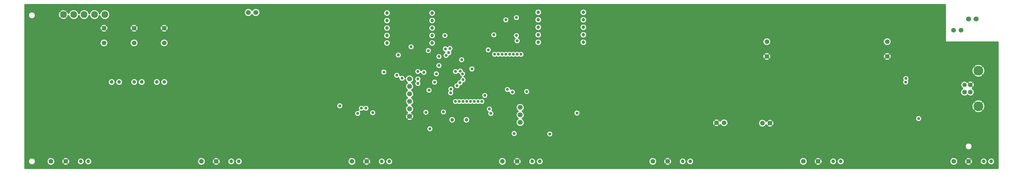
<source format=gbr>
G04 DipTrace 2.4.0.1*
%INInner2.gbr*%
%MOIN*%
%ADD14C,0.05*%
%ADD15C,0.04*%
%ADD18C,0.025*%
%ADD21C,0.013*%
%ADD23C,0.063*%
%ADD29C,0.0472*%
%ADD31C,0.0582*%
%ADD34C,0.1299*%
%ADD36C,0.0669*%
%ADD39C,0.0906*%
%ADD50C,0.048*%
%FSLAX44Y44*%
G04*
G70*
G90*
G75*
G01*
%LNInner2_Plane*%
%LPD*%
D15*
X54640Y16540D3*
X59190Y17130D3*
X62680D3*
X53940Y16940D3*
X59540Y18240D3*
X62385Y17485D3*
X61740Y17440D3*
X54140Y19640D3*
X66100Y20320D3*
X60390Y20450D3*
X60850Y19940D3*
X58340Y9790D3*
X57810Y12000D3*
X58220Y14940D3*
X60490Y19590D3*
X61100Y14590D3*
X71210Y14760D3*
X69310Y14700D3*
X74280Y9100D3*
X46370Y12850D3*
X50740Y11940D3*
X69840Y24640D3*
X68440Y24340D3*
X69840Y22240D3*
X69940Y21540D3*
X66840Y22340D3*
X60340Y22240D3*
X48740Y11840D3*
X49840Y12540D3*
X49240D3*
X59540Y19440D3*
X52220Y17370D3*
X121577Y16027D3*
X77887Y11897D3*
X69537Y9157D3*
X60140Y12040D3*
X121607Y16507D3*
X58127Y20237D3*
X57547Y17337D3*
X55840Y20740D3*
X58967Y16017D3*
X123297Y11157D3*
X62290Y9240D3*
X125867Y14517D3*
X126767Y15317D3*
X62240Y13440D3*
X62740D3*
X63240D3*
X63740D3*
X64240D3*
X64740D3*
X65240D3*
X61740D3*
X66940Y19740D3*
X67440D3*
X67940D3*
X68440D3*
X68940D3*
X69440D3*
X69940D3*
X70440D3*
X59640Y15940D3*
X60840Y19140D3*
X69320Y15710D3*
X65440Y19240D3*
X66240Y12440D3*
X66440Y11840D3*
X61140Y15100D3*
X48940Y17440D3*
X62740Y16340D3*
X130940Y20440D3*
X61940Y15540D3*
X62340Y15940D3*
X47940Y17440D3*
X68640Y15040D3*
X63920Y17780D3*
X65640Y14240D3*
X62560Y19010D3*
X127940Y20440D3*
X61000Y20520D3*
X56740Y17440D3*
Y16440D3*
Y15840D3*
X4590Y26066D2*
D18*
X126792D1*
X4590Y25818D2*
X33851D1*
X34569D2*
X34851D1*
X35569D2*
X72565D1*
X72916D2*
X78565D1*
X78916D2*
X126792D1*
X4590Y25569D2*
X9120D1*
X10139D2*
X10495D1*
X11518D2*
X11874D1*
X12893D2*
X13253D1*
X14272D2*
X14632D1*
X15651D2*
X33640D1*
X35779D2*
X52237D1*
X53041D2*
X58237D1*
X59041D2*
X72269D1*
X73209D2*
X78269D1*
X79209D2*
X126792D1*
X4590Y25320D2*
X5061D1*
X5819D2*
X8944D1*
X15826D2*
X33585D1*
X35834D2*
X52120D1*
X53158D2*
X58120D1*
X59158D2*
X72214D1*
X73264D2*
X78214D1*
X79264D2*
X126792D1*
X4590Y25072D2*
X4913D1*
X5967D2*
X8886D1*
X15881D2*
X33640D1*
X35779D2*
X52144D1*
X53139D2*
X58144D1*
X59139D2*
X69644D1*
X70037D2*
X72292D1*
X73190D2*
X78292D1*
X79190D2*
X126792D1*
X4590Y24823D2*
X4909D1*
X5971D2*
X8921D1*
X15850D2*
X33851D1*
X34569D2*
X34851D1*
X35569D2*
X52339D1*
X52944D2*
X58339D1*
X58944D2*
X69386D1*
X70291D2*
X72581D1*
X72901D2*
X78581D1*
X78901D2*
X126792D1*
X4590Y24574D2*
X5046D1*
X5834D2*
X9058D1*
X10197D2*
X10436D1*
X11576D2*
X11811D1*
X12955D2*
X13190D1*
X14334D2*
X14569D1*
X15709D2*
X52241D1*
X53037D2*
X58241D1*
X59037D2*
X68015D1*
X68865D2*
X69354D1*
X70326D2*
X72272D1*
X73209D2*
X78272D1*
X79209D2*
X126792D1*
X4590Y24325D2*
X9538D1*
X9721D2*
X10913D1*
X11100D2*
X12292D1*
X12478D2*
X13671D1*
X13854D2*
X15050D1*
X15231D2*
X52120D1*
X53158D2*
X58120D1*
X59158D2*
X67952D1*
X68928D2*
X69472D1*
X70209D2*
X72214D1*
X73268D2*
X78214D1*
X79268D2*
X126792D1*
X4590Y24077D2*
X52140D1*
X53139D2*
X58140D1*
X59139D2*
X68030D1*
X68850D2*
X72288D1*
X73190D2*
X78288D1*
X79190D2*
X126792D1*
X4590Y23828D2*
X52331D1*
X52951D2*
X58331D1*
X58951D2*
X72601D1*
X72877D2*
X78601D1*
X78877D2*
X126792D1*
X4590Y23579D2*
X14542D1*
X15506D2*
X18542D1*
X19506D2*
X22542D1*
X23506D2*
X52245D1*
X53033D2*
X58245D1*
X59033D2*
X72276D1*
X73205D2*
X78276D1*
X79205D2*
X126792D1*
X4590Y23331D2*
X14429D1*
X15619D2*
X18429D1*
X19619D2*
X22429D1*
X23619D2*
X52124D1*
X53158D2*
X58124D1*
X59158D2*
X72214D1*
X73268D2*
X78214D1*
X79268D2*
X126792D1*
X4590Y23082D2*
X14436D1*
X15611D2*
X18436D1*
X19611D2*
X22436D1*
X23611D2*
X52140D1*
X53139D2*
X58140D1*
X59139D2*
X72284D1*
X73194D2*
X78284D1*
X79194D2*
X126792D1*
X4590Y22833D2*
X14569D1*
X15479D2*
X18569D1*
X19479D2*
X22569D1*
X23479D2*
X52323D1*
X52959D2*
X58323D1*
X58959D2*
X72628D1*
X72854D2*
X78628D1*
X78854D2*
X126792D1*
X4590Y22585D2*
X52253D1*
X53029D2*
X58253D1*
X59029D2*
X60003D1*
X60678D2*
X66421D1*
X67260D2*
X69503D1*
X70178D2*
X72276D1*
X73201D2*
X78276D1*
X79201D2*
X126792D1*
X4590Y22336D2*
X52124D1*
X53158D2*
X58124D1*
X59158D2*
X59858D1*
X60819D2*
X66351D1*
X67330D2*
X69358D1*
X70319D2*
X72214D1*
X73268D2*
X78214D1*
X79268D2*
X126792D1*
X4590Y22087D2*
X52140D1*
X53143D2*
X58140D1*
X59143D2*
X59874D1*
X60803D2*
X66425D1*
X67256D2*
X69374D1*
X70303D2*
X72284D1*
X73197D2*
X78284D1*
X79197D2*
X126792D1*
X4590Y21839D2*
X52315D1*
X52963D2*
X58315D1*
X58963D2*
X60081D1*
X60600D2*
X69558D1*
X70322D2*
X102694D1*
X103553D2*
X118694D1*
X119553D2*
X126792D1*
X4590Y21590D2*
X14526D1*
X15522D2*
X18526D1*
X19522D2*
X22526D1*
X23522D2*
X52257D1*
X53026D2*
X58257D1*
X59026D2*
X69452D1*
X70428D2*
X72280D1*
X73197D2*
X78280D1*
X79197D2*
X102542D1*
X103705D2*
X118542D1*
X119705D2*
X126792D1*
X4590Y21341D2*
X14425D1*
X15623D2*
X18425D1*
X19623D2*
X22425D1*
X23623D2*
X52124D1*
X53154D2*
X58124D1*
X59154D2*
X69495D1*
X70385D2*
X72214D1*
X73268D2*
X78214D1*
X79268D2*
X102526D1*
X103725D2*
X118526D1*
X119725D2*
X126792D1*
X4590Y21093D2*
X14444D1*
X15608D2*
X18444D1*
X19608D2*
X22444D1*
X23608D2*
X52136D1*
X53143D2*
X55511D1*
X56166D2*
X58136D1*
X59143D2*
X69788D1*
X70092D2*
X72280D1*
X73201D2*
X78280D1*
X79201D2*
X102624D1*
X103623D2*
X118624D1*
X119623D2*
X133792D1*
X4590Y20844D2*
X14593D1*
X15459D2*
X18593D1*
X19459D2*
X22593D1*
X23459D2*
X52308D1*
X52971D2*
X55362D1*
X56319D2*
X58308D1*
X58971D2*
X60116D1*
X61358D2*
X72644D1*
X72833D2*
X78644D1*
X78833D2*
X133792D1*
X4590Y20595D2*
X55374D1*
X56307D2*
X57808D1*
X58447D2*
X59925D1*
X61483D2*
X65702D1*
X66498D2*
X133792D1*
X4590Y20346D2*
X55569D1*
X56111D2*
X57651D1*
X58604D2*
X59913D1*
X61455D2*
X65612D1*
X66588D2*
X133792D1*
X4590Y20098D2*
X54034D1*
X54244D2*
X57659D1*
X58596D2*
X60061D1*
X61311D2*
X65667D1*
X66533D2*
X66617D1*
X70760D2*
X133792D1*
X4590Y19849D2*
X53698D1*
X54580D2*
X57847D1*
X58408D2*
X59296D1*
X59787D2*
X60077D1*
X61330D2*
X66464D1*
X70916D2*
X102675D1*
X103576D2*
X118675D1*
X119576D2*
X133792D1*
X4590Y19600D2*
X53651D1*
X54627D2*
X59077D1*
X61194D2*
X66472D1*
X70908D2*
X102538D1*
X103709D2*
X118538D1*
X119709D2*
X133792D1*
X4590Y19352D2*
X53749D1*
X54529D2*
X59058D1*
X60912D2*
X62222D1*
X62901D2*
X66659D1*
X70721D2*
X102530D1*
X103721D2*
X118530D1*
X119721D2*
X133792D1*
X4590Y19103D2*
X59194D1*
X59885D2*
X62081D1*
X63041D2*
X102640D1*
X103608D2*
X118640D1*
X119608D2*
X133792D1*
X4590Y18854D2*
X62097D1*
X63022D2*
X133792D1*
X4590Y18606D2*
X59229D1*
X59854D2*
X62304D1*
X62815D2*
X133792D1*
X4590Y18357D2*
X59065D1*
X60014D2*
X130804D1*
X131690D2*
X133792D1*
X4590Y18108D2*
X59069D1*
X60010D2*
X63565D1*
X64276D2*
X130503D1*
X131990D2*
X133792D1*
X4590Y17860D2*
X56515D1*
X56967D2*
X59249D1*
X59834D2*
X61515D1*
X61967D2*
X62084D1*
X62686D2*
X63436D1*
X64404D2*
X130362D1*
X132131D2*
X133792D1*
X4590Y17611D2*
X51796D1*
X52643D2*
X56284D1*
X57947D2*
X61284D1*
X62858D2*
X63464D1*
X64377D2*
X130311D1*
X132186D2*
X133792D1*
X4590Y17362D2*
X51729D1*
X52709D2*
X53722D1*
X54158D2*
X56257D1*
X58037D2*
X58761D1*
X59619D2*
X61257D1*
X63108D2*
X63690D1*
X64151D2*
X130327D1*
X132166D2*
X133792D1*
X4590Y17114D2*
X51808D1*
X52631D2*
X53483D1*
X54397D2*
X56386D1*
X57979D2*
X58702D1*
X59678D2*
X61386D1*
X63170D2*
X130417D1*
X132076D2*
X133792D1*
X4590Y16865D2*
X53456D1*
X54998D2*
X55190D1*
X56088D2*
X56526D1*
X56955D2*
X58784D1*
X59596D2*
X62272D1*
X63088D2*
X121288D1*
X121928D2*
X130608D1*
X131885D2*
X133792D1*
X4590Y16616D2*
X53581D1*
X57194D2*
X62343D1*
X63139D2*
X121132D1*
X122084D2*
X133792D1*
X4590Y16367D2*
X15616D1*
X16463D2*
X16616D1*
X17463D2*
X18616D1*
X19463D2*
X19616D1*
X20463D2*
X21616D1*
X22463D2*
X22616D1*
X23463D2*
X54183D1*
X57225D2*
X58636D1*
X59299D2*
X62132D1*
X63229D2*
X121140D1*
X122076D2*
X133792D1*
X4590Y16119D2*
X15507D1*
X17572D2*
X18507D1*
X20572D2*
X21507D1*
X23572D2*
X54417D1*
X54861D2*
X55108D1*
X56170D2*
X56343D1*
X57139D2*
X58487D1*
X59447D2*
X61886D1*
X63174D2*
X121097D1*
X122057D2*
X129046D1*
X130569D2*
X133792D1*
X4590Y15870D2*
X15530D1*
X17553D2*
X18530D1*
X20553D2*
X21530D1*
X23553D2*
X55198D1*
X56084D2*
X56253D1*
X57229D2*
X58503D1*
X59432D2*
X61589D1*
X62826D2*
X121116D1*
X122041D2*
X128851D1*
X130748D2*
X133792D1*
X4590Y15621D2*
X15714D1*
X16365D2*
X16714D1*
X17365D2*
X18714D1*
X19365D2*
X19714D1*
X20365D2*
X21714D1*
X22365D2*
X22714D1*
X23365D2*
X55042D1*
X57174D2*
X58698D1*
X59236D2*
X61456D1*
X62705D2*
X121323D1*
X121830D2*
X128811D1*
X130783D2*
X133792D1*
X4590Y15373D2*
X55019D1*
X56260D2*
X58026D1*
X58416D2*
X60737D1*
X62401D2*
X68292D1*
X68990D2*
X128897D1*
X130705D2*
X133792D1*
X4590Y15124D2*
X55104D1*
X56174D2*
X57769D1*
X58670D2*
X60651D1*
X61631D2*
X61708D1*
X62174D2*
X68159D1*
X69526D2*
X70897D1*
X71526D2*
X128991D1*
X130580D2*
X133792D1*
X4590Y14875D2*
X55202D1*
X56076D2*
X57733D1*
X58705D2*
X60710D1*
X61572D2*
X68179D1*
X69764D2*
X70733D1*
X71686D2*
X128819D1*
X130752D2*
X133792D1*
X4590Y14627D2*
X55046D1*
X56236D2*
X57851D1*
X58588D2*
X60612D1*
X61588D2*
X65358D1*
X65924D2*
X68401D1*
X69795D2*
X70741D1*
X71682D2*
X128792D1*
X130783D2*
X133792D1*
X4590Y14378D2*
X55019D1*
X56260D2*
X60663D1*
X61537D2*
X65171D1*
X66108D2*
X68948D1*
X69670D2*
X70921D1*
X71498D2*
X128874D1*
X130697D2*
X133792D1*
X4590Y14129D2*
X55101D1*
X56178D2*
X61015D1*
X61189D2*
X65163D1*
X66115D2*
X129194D1*
X129592D2*
X129979D1*
X130377D2*
X133792D1*
X4590Y13881D2*
X55210D1*
X56072D2*
X61565D1*
X61912D2*
X62065D1*
X62412D2*
X62565D1*
X62912D2*
X63065D1*
X63412D2*
X63565D1*
X63912D2*
X64065D1*
X64412D2*
X64565D1*
X64912D2*
X65065D1*
X65959D2*
X133792D1*
X4590Y13632D2*
X55046D1*
X56233D2*
X61292D1*
X65690D2*
X130831D1*
X131662D2*
X133792D1*
X4590Y13383D2*
X55019D1*
X56260D2*
X61253D1*
X65725D2*
X130515D1*
X131979D2*
X133792D1*
X4590Y13135D2*
X45976D1*
X46764D2*
X55101D1*
X56182D2*
X61366D1*
X65615D2*
X69976D1*
X70705D2*
X130370D1*
X132123D2*
X133792D1*
X4590Y12886D2*
X45882D1*
X46858D2*
X48905D1*
X50174D2*
X55214D1*
X56065D2*
X66085D1*
X66397D2*
X69769D1*
X70912D2*
X130311D1*
X132182D2*
X133792D1*
X4590Y12637D2*
X45933D1*
X46807D2*
X48761D1*
X50319D2*
X55050D1*
X56233D2*
X65796D1*
X66686D2*
X69714D1*
X70963D2*
X130323D1*
X132170D2*
X133792D1*
X4590Y12388D2*
X46288D1*
X46451D2*
X48776D1*
X50303D2*
X50593D1*
X50889D2*
X55019D1*
X56264D2*
X57530D1*
X58092D2*
X59808D1*
X60471D2*
X65753D1*
X66729D2*
X69772D1*
X70908D2*
X130409D1*
X132088D2*
X133792D1*
X4590Y12140D2*
X48358D1*
X50100D2*
X50296D1*
X51186D2*
X55097D1*
X56186D2*
X57343D1*
X58279D2*
X59659D1*
X60619D2*
X65858D1*
X66819D2*
X69983D1*
X70697D2*
X77468D1*
X78307D2*
X130593D1*
X131901D2*
X133792D1*
X4590Y11891D2*
X48253D1*
X49229D2*
X50253D1*
X51229D2*
X55222D1*
X56061D2*
X57335D1*
X58287D2*
X59675D1*
X60604D2*
X65952D1*
X66928D2*
X69772D1*
X70908D2*
X77397D1*
X78377D2*
X133792D1*
X4590Y11642D2*
X48296D1*
X49186D2*
X50358D1*
X51123D2*
X55050D1*
X56229D2*
X57487D1*
X58131D2*
X59874D1*
X60404D2*
X65995D1*
X66885D2*
X69714D1*
X70963D2*
X77472D1*
X78303D2*
X133792D1*
X4590Y11394D2*
X48585D1*
X48897D2*
X55019D1*
X56264D2*
X60960D1*
X61619D2*
X62862D1*
X63518D2*
X66284D1*
X66596D2*
X69769D1*
X70912D2*
X122874D1*
X123721D2*
X133792D1*
X4590Y11145D2*
X55093D1*
X56186D2*
X60784D1*
X61795D2*
X62683D1*
X63697D2*
X69976D1*
X70705D2*
X96237D1*
X96643D2*
X97237D1*
X97643D2*
X122808D1*
X123787D2*
X133792D1*
X4590Y10896D2*
X55362D1*
X55916D2*
X60769D1*
X61811D2*
X62667D1*
X63713D2*
X69772D1*
X70908D2*
X95921D1*
X97959D2*
X102058D1*
X104022D2*
X122886D1*
X123709D2*
X133792D1*
X4590Y10648D2*
X60894D1*
X61686D2*
X62796D1*
X63584D2*
X69714D1*
X70963D2*
X95839D1*
X98041D2*
X101944D1*
X104135D2*
X133792D1*
X4590Y10399D2*
X69765D1*
X70912D2*
X95870D1*
X98010D2*
X101952D1*
X104127D2*
X133792D1*
X4590Y10150D2*
X58022D1*
X58658D2*
X69968D1*
X70709D2*
X96042D1*
X96838D2*
X97042D1*
X97838D2*
X102085D1*
X102994D2*
X103086D1*
X103994D2*
X133792D1*
X4590Y9902D2*
X57862D1*
X58815D2*
X133792D1*
X4590Y9653D2*
X57870D1*
X58811D2*
X133792D1*
X4590Y9404D2*
X58054D1*
X58623D2*
X69120D1*
X69955D2*
X73905D1*
X74658D2*
X133792D1*
X4590Y9156D2*
X69046D1*
X70026D2*
X73792D1*
X74768D2*
X133792D1*
X4590Y8907D2*
X69120D1*
X69955D2*
X73831D1*
X74729D2*
X133792D1*
X4590Y8658D2*
X74112D1*
X74451D2*
X133792D1*
X4590Y8409D2*
X133792D1*
X4590Y8161D2*
X133792D1*
X4590Y7912D2*
X129698D1*
X130182D2*
X133792D1*
X4590Y7663D2*
X129444D1*
X130436D2*
X133792D1*
X4590Y7415D2*
X129397D1*
X130483D2*
X133792D1*
X4590Y7166D2*
X129472D1*
X130408D2*
X133792D1*
X4590Y6917D2*
X133792D1*
X4590Y6669D2*
X133792D1*
X4590Y6420D2*
X133792D1*
X4590Y6171D2*
X133792D1*
X4590Y5923D2*
X5222D1*
X5658D2*
X7624D1*
X8319D2*
X9593D1*
X10287D2*
X11737D1*
X12143D2*
X12737D1*
X13143D2*
X27624D1*
X28319D2*
X29593D1*
X30287D2*
X31737D1*
X32143D2*
X32737D1*
X33143D2*
X47624D1*
X48319D2*
X49593D1*
X50287D2*
X51737D1*
X52143D2*
X52737D1*
X53143D2*
X67624D1*
X68319D2*
X69593D1*
X70287D2*
X71737D1*
X72143D2*
X72737D1*
X73143D2*
X87624D1*
X88319D2*
X89593D1*
X90287D2*
X91737D1*
X92143D2*
X92737D1*
X93143D2*
X107624D1*
X108319D2*
X109593D1*
X110287D2*
X111737D1*
X112143D2*
X112737D1*
X113143D2*
X127624D1*
X128319D2*
X129593D1*
X130287D2*
X131737D1*
X132143D2*
X132737D1*
X133143D2*
X133792D1*
X4590Y5674D2*
X4952D1*
X5928D2*
X7417D1*
X8526D2*
X9386D1*
X10494D2*
X11456D1*
X13424D2*
X27417D1*
X28526D2*
X29386D1*
X30494D2*
X31456D1*
X33424D2*
X47417D1*
X48526D2*
X49386D1*
X50494D2*
X51456D1*
X53424D2*
X67417D1*
X68526D2*
X69386D1*
X70494D2*
X71456D1*
X73424D2*
X87417D1*
X88526D2*
X89386D1*
X90494D2*
X91456D1*
X93424D2*
X107417D1*
X108526D2*
X109386D1*
X110494D2*
X111456D1*
X113424D2*
X127417D1*
X128526D2*
X129386D1*
X130494D2*
X131456D1*
X133424D2*
X133792D1*
X4590Y5425D2*
X4894D1*
X5986D2*
X7366D1*
X8576D2*
X9335D1*
X10545D2*
X11401D1*
X13479D2*
X27366D1*
X28576D2*
X29335D1*
X30545D2*
X31401D1*
X33479D2*
X47366D1*
X48576D2*
X49335D1*
X50545D2*
X51401D1*
X53479D2*
X67366D1*
X68576D2*
X69335D1*
X70545D2*
X71401D1*
X73479D2*
X87366D1*
X88576D2*
X89335D1*
X90545D2*
X91401D1*
X93479D2*
X107366D1*
X108576D2*
X109335D1*
X110545D2*
X111401D1*
X113479D2*
X127366D1*
X128576D2*
X129335D1*
X130545D2*
X131401D1*
X133479D2*
X133792D1*
X4590Y5177D2*
X4968D1*
X5912D2*
X7429D1*
X8514D2*
X9397D1*
X10483D2*
X11472D1*
X13408D2*
X27429D1*
X28514D2*
X29397D1*
X30483D2*
X31472D1*
X33408D2*
X47429D1*
X48514D2*
X49397D1*
X50483D2*
X51472D1*
X53408D2*
X67429D1*
X68514D2*
X69397D1*
X70483D2*
X71472D1*
X73408D2*
X87429D1*
X88514D2*
X89397D1*
X90483D2*
X91472D1*
X93408D2*
X107429D1*
X108514D2*
X109397D1*
X110483D2*
X111472D1*
X113408D2*
X127429D1*
X128514D2*
X129397D1*
X130483D2*
X131472D1*
X133408D2*
X133792D1*
X4590Y4928D2*
X5327D1*
X5553D2*
X7675D1*
X8268D2*
X9644D1*
X10236D2*
X11862D1*
X12021D2*
X12862D1*
X13021D2*
X27675D1*
X28268D2*
X29644D1*
X30236D2*
X31862D1*
X32021D2*
X32862D1*
X33021D2*
X47675D1*
X48268D2*
X49644D1*
X50236D2*
X51862D1*
X52021D2*
X52862D1*
X53021D2*
X67675D1*
X68268D2*
X69644D1*
X70236D2*
X71862D1*
X72021D2*
X72862D1*
X73021D2*
X87675D1*
X88268D2*
X89644D1*
X90236D2*
X91862D1*
X92021D2*
X92862D1*
X93021D2*
X107675D1*
X108268D2*
X109644D1*
X110236D2*
X111862D1*
X112021D2*
X112862D1*
X113021D2*
X127675D1*
X128268D2*
X129644D1*
X130236D2*
X131862D1*
X132021D2*
X132862D1*
X133021D2*
X133792D1*
X4590Y4679D2*
X133792D1*
X103037Y10247D2*
X103003Y10191D1*
X102917Y10100D1*
X102815Y10029D1*
X102699Y9982D1*
X102576Y9961D1*
X102451Y9967D1*
X102331Y9999D1*
X102220Y10056D1*
X102124Y10136D1*
X102047Y10234D1*
X101993Y10347D1*
X101965Y10468D1*
X101962Y10593D1*
X101987Y10715D1*
X102037Y10829D1*
X102111Y10930D1*
X102204Y11013D1*
X102313Y11074D1*
X102433Y11110D1*
X102557Y11120D1*
X102681Y11103D1*
X102798Y11060D1*
X102903Y10992D1*
X102991Y10904D1*
X103040Y10829D1*
X103095Y10911D1*
X103184Y10998D1*
X103290Y11064D1*
X103408Y11105D1*
X103532Y11120D1*
X103656Y11108D1*
X103775Y11070D1*
X103883Y11008D1*
X103975Y10923D1*
X104047Y10822D1*
X104096Y10707D1*
X104118Y10584D1*
X104115Y10465D1*
X104086Y10344D1*
X104031Y10232D1*
X103954Y10134D1*
X103858Y10055D1*
X103746Y9998D1*
X103626Y9966D1*
X103501Y9961D1*
X103378Y9983D1*
X103263Y10031D1*
X103160Y10102D1*
X103075Y10193D1*
X103040Y10247D1*
X98007Y10470D2*
X97967Y10351D1*
X97903Y10244D1*
X97817Y10153D1*
X97715Y10083D1*
X97599Y10036D1*
X97476Y10015D1*
X97351Y10021D1*
X97231Y10053D1*
X97120Y10110D1*
X97024Y10190D1*
X96942Y10299D1*
X96854Y10188D1*
X96758Y10108D1*
X96646Y10052D1*
X96526Y10020D1*
X96401Y10015D1*
X96278Y10037D1*
X96163Y10084D1*
X96060Y10155D1*
X95975Y10247D1*
X95912Y10354D1*
X95873Y10473D1*
X95860Y10597D1*
X95874Y10721D1*
X95914Y10839D1*
X95979Y10946D1*
X96065Y11036D1*
X96168Y11106D1*
X96284Y11152D1*
X96407Y11173D1*
X96532Y11166D1*
X96652Y11134D1*
X96763Y11076D1*
X96858Y10996D1*
X96934Y10897D1*
X96940Y10887D1*
X97011Y10984D1*
X97104Y11067D1*
X97213Y11128D1*
X97333Y11164D1*
X97457Y11173D1*
X97581Y11156D1*
X97698Y11113D1*
X97803Y11046D1*
X97891Y10958D1*
X97959Y10853D1*
X98002Y10736D1*
X98020Y10594D1*
X98007Y10470D1*
X23540Y15916D2*
X23496Y15800D1*
X23424Y15697D1*
X23331Y15615D1*
X23220Y15558D1*
X23099Y15528D1*
X22974Y15529D1*
X22853Y15560D1*
X22743Y15619D1*
X22651Y15703D1*
X22581Y15806D1*
X22540Y15916D1*
X22496Y15800D1*
X22424Y15697D1*
X22331Y15615D1*
X22220Y15558D1*
X22099Y15528D1*
X21974Y15529D1*
X21853Y15560D1*
X21743Y15619D1*
X21651Y15703D1*
X21581Y15806D1*
X21538Y15923D1*
X21525Y16047D1*
X21542Y16171D1*
X21588Y16287D1*
X21660Y16388D1*
X21755Y16469D1*
X21867Y16525D1*
X21988Y16552D1*
X22113Y16550D1*
X22233Y16517D1*
X22342Y16457D1*
X22434Y16372D1*
X22502Y16268D1*
X22542Y16171D1*
X22588Y16287D1*
X22660Y16388D1*
X22755Y16469D1*
X22867Y16525D1*
X22988Y16552D1*
X23113Y16550D1*
X23233Y16517D1*
X23342Y16457D1*
X23434Y16372D1*
X23502Y16268D1*
X23543Y16150D1*
X23555Y16040D1*
X23540Y15916D1*
X20540D2*
X20496Y15800D1*
X20424Y15697D1*
X20331Y15615D1*
X20220Y15558D1*
X20099Y15528D1*
X19974Y15529D1*
X19853Y15560D1*
X19743Y15619D1*
X19651Y15703D1*
X19581Y15806D1*
X19540Y15916D1*
X19496Y15800D1*
X19424Y15697D1*
X19331Y15615D1*
X19220Y15558D1*
X19099Y15528D1*
X18974Y15529D1*
X18853Y15560D1*
X18743Y15619D1*
X18651Y15703D1*
X18581Y15806D1*
X18538Y15923D1*
X18525Y16047D1*
X18542Y16171D1*
X18588Y16287D1*
X18660Y16388D1*
X18755Y16469D1*
X18867Y16525D1*
X18988Y16552D1*
X19113Y16550D1*
X19233Y16517D1*
X19342Y16457D1*
X19434Y16372D1*
X19502Y16268D1*
X19542Y16171D1*
X19588Y16287D1*
X19660Y16388D1*
X19755Y16469D1*
X19867Y16525D1*
X19988Y16552D1*
X20113Y16550D1*
X20233Y16517D1*
X20342Y16457D1*
X20434Y16372D1*
X20502Y16268D1*
X20543Y16150D1*
X20555Y16040D1*
X20540Y15916D1*
X17540D2*
X17496Y15800D1*
X17424Y15697D1*
X17331Y15615D1*
X17220Y15558D1*
X17099Y15528D1*
X16974Y15529D1*
X16853Y15560D1*
X16743Y15619D1*
X16651Y15703D1*
X16581Y15806D1*
X16540Y15916D1*
X16496Y15800D1*
X16424Y15697D1*
X16331Y15615D1*
X16220Y15558D1*
X16099Y15528D1*
X15974Y15529D1*
X15853Y15560D1*
X15743Y15619D1*
X15651Y15703D1*
X15581Y15806D1*
X15538Y15923D1*
X15525Y16047D1*
X15542Y16171D1*
X15588Y16287D1*
X15660Y16388D1*
X15755Y16469D1*
X15867Y16525D1*
X15988Y16552D1*
X16113Y16550D1*
X16233Y16517D1*
X16342Y16457D1*
X16434Y16372D1*
X16502Y16268D1*
X16542Y16171D1*
X16588Y16287D1*
X16660Y16388D1*
X16755Y16469D1*
X16867Y16525D1*
X16988Y16552D1*
X17113Y16550D1*
X17233Y16517D1*
X17342Y16457D1*
X17434Y16372D1*
X17502Y16268D1*
X17543Y16150D1*
X17555Y16040D1*
X17540Y15916D1*
X133440Y5316D2*
X133396Y5200D1*
X133324Y5097D1*
X133231Y5015D1*
X133120Y4958D1*
X132999Y4928D1*
X132874Y4929D1*
X132753Y4960D1*
X132643Y5019D1*
X132551Y5103D1*
X132481Y5206D1*
X132440Y5316D1*
X132396Y5200D1*
X132324Y5097D1*
X132231Y5015D1*
X132120Y4958D1*
X131999Y4928D1*
X131874Y4929D1*
X131753Y4960D1*
X131643Y5019D1*
X131551Y5103D1*
X131481Y5206D1*
X131438Y5323D1*
X131425Y5447D1*
X131442Y5571D1*
X131488Y5687D1*
X131560Y5788D1*
X131655Y5869D1*
X131767Y5925D1*
X131888Y5952D1*
X132013Y5950D1*
X132133Y5917D1*
X132242Y5857D1*
X132334Y5772D1*
X132402Y5668D1*
X132442Y5571D1*
X132488Y5687D1*
X132560Y5788D1*
X132655Y5869D1*
X132767Y5925D1*
X132888Y5952D1*
X133013Y5950D1*
X133133Y5917D1*
X133242Y5857D1*
X133334Y5772D1*
X133402Y5668D1*
X133443Y5550D1*
X133455Y5440D1*
X133440Y5316D1*
X113440D2*
X113396Y5200D1*
X113324Y5097D1*
X113231Y5015D1*
X113120Y4958D1*
X112999Y4928D1*
X112874Y4929D1*
X112753Y4960D1*
X112643Y5019D1*
X112551Y5103D1*
X112481Y5206D1*
X112440Y5316D1*
X112396Y5200D1*
X112324Y5097D1*
X112231Y5015D1*
X112120Y4958D1*
X111999Y4928D1*
X111874Y4929D1*
X111753Y4960D1*
X111643Y5019D1*
X111551Y5103D1*
X111481Y5206D1*
X111438Y5323D1*
X111425Y5447D1*
X111442Y5571D1*
X111488Y5687D1*
X111560Y5788D1*
X111655Y5869D1*
X111767Y5925D1*
X111888Y5952D1*
X112013Y5950D1*
X112133Y5917D1*
X112242Y5857D1*
X112334Y5772D1*
X112402Y5668D1*
X112442Y5571D1*
X112488Y5687D1*
X112560Y5788D1*
X112655Y5869D1*
X112767Y5925D1*
X112888Y5952D1*
X113013Y5950D1*
X113133Y5917D1*
X113242Y5857D1*
X113334Y5772D1*
X113402Y5668D1*
X113443Y5550D1*
X113455Y5440D1*
X113440Y5316D1*
X93440D2*
X93396Y5200D1*
X93324Y5097D1*
X93231Y5015D1*
X93120Y4958D1*
X92999Y4928D1*
X92874Y4929D1*
X92753Y4960D1*
X92643Y5019D1*
X92551Y5103D1*
X92481Y5206D1*
X92440Y5316D1*
X92396Y5200D1*
X92324Y5097D1*
X92231Y5015D1*
X92120Y4958D1*
X91999Y4928D1*
X91874Y4929D1*
X91753Y4960D1*
X91643Y5019D1*
X91551Y5103D1*
X91481Y5206D1*
X91438Y5323D1*
X91425Y5447D1*
X91442Y5571D1*
X91488Y5687D1*
X91560Y5788D1*
X91655Y5869D1*
X91767Y5925D1*
X91888Y5952D1*
X92013Y5950D1*
X92133Y5917D1*
X92242Y5857D1*
X92334Y5772D1*
X92402Y5668D1*
X92442Y5571D1*
X92488Y5687D1*
X92560Y5788D1*
X92655Y5869D1*
X92767Y5925D1*
X92888Y5952D1*
X93013Y5950D1*
X93133Y5917D1*
X93242Y5857D1*
X93334Y5772D1*
X93402Y5668D1*
X93443Y5550D1*
X93455Y5440D1*
X93440Y5316D1*
X73440D2*
X73396Y5200D1*
X73324Y5097D1*
X73231Y5015D1*
X73120Y4958D1*
X72999Y4928D1*
X72874Y4929D1*
X72753Y4960D1*
X72643Y5019D1*
X72551Y5103D1*
X72481Y5206D1*
X72440Y5316D1*
X72396Y5200D1*
X72324Y5097D1*
X72231Y5015D1*
X72120Y4958D1*
X71999Y4928D1*
X71874Y4929D1*
X71753Y4960D1*
X71643Y5019D1*
X71551Y5103D1*
X71481Y5206D1*
X71438Y5323D1*
X71425Y5447D1*
X71442Y5571D1*
X71488Y5687D1*
X71560Y5788D1*
X71655Y5869D1*
X71767Y5925D1*
X71888Y5952D1*
X72013Y5950D1*
X72133Y5917D1*
X72242Y5857D1*
X72334Y5772D1*
X72402Y5668D1*
X72442Y5571D1*
X72488Y5687D1*
X72560Y5788D1*
X72655Y5869D1*
X72767Y5925D1*
X72888Y5952D1*
X73013Y5950D1*
X73133Y5917D1*
X73242Y5857D1*
X73334Y5772D1*
X73402Y5668D1*
X73443Y5550D1*
X73455Y5440D1*
X73440Y5316D1*
X53440D2*
X53396Y5200D1*
X53324Y5097D1*
X53231Y5015D1*
X53120Y4958D1*
X52999Y4928D1*
X52874Y4929D1*
X52753Y4960D1*
X52643Y5019D1*
X52551Y5103D1*
X52481Y5206D1*
X52440Y5316D1*
X52396Y5200D1*
X52324Y5097D1*
X52231Y5015D1*
X52120Y4958D1*
X51999Y4928D1*
X51874Y4929D1*
X51753Y4960D1*
X51643Y5019D1*
X51551Y5103D1*
X51481Y5206D1*
X51438Y5323D1*
X51425Y5447D1*
X51442Y5571D1*
X51488Y5687D1*
X51560Y5788D1*
X51655Y5869D1*
X51767Y5925D1*
X51888Y5952D1*
X52013Y5950D1*
X52133Y5917D1*
X52242Y5857D1*
X52334Y5772D1*
X52402Y5668D1*
X52442Y5571D1*
X52488Y5687D1*
X52560Y5788D1*
X52655Y5869D1*
X52767Y5925D1*
X52888Y5952D1*
X53013Y5950D1*
X53133Y5917D1*
X53242Y5857D1*
X53334Y5772D1*
X53402Y5668D1*
X53443Y5550D1*
X53455Y5440D1*
X53440Y5316D1*
X33440D2*
X33396Y5200D1*
X33324Y5097D1*
X33231Y5015D1*
X33120Y4958D1*
X32999Y4928D1*
X32874Y4929D1*
X32753Y4960D1*
X32643Y5019D1*
X32551Y5103D1*
X32481Y5206D1*
X32440Y5316D1*
X32396Y5200D1*
X32324Y5097D1*
X32231Y5015D1*
X32120Y4958D1*
X31999Y4928D1*
X31874Y4929D1*
X31753Y4960D1*
X31643Y5019D1*
X31551Y5103D1*
X31481Y5206D1*
X31438Y5323D1*
X31425Y5447D1*
X31442Y5571D1*
X31488Y5687D1*
X31560Y5788D1*
X31655Y5869D1*
X31767Y5925D1*
X31888Y5952D1*
X32013Y5950D1*
X32133Y5917D1*
X32242Y5857D1*
X32334Y5772D1*
X32402Y5668D1*
X32442Y5571D1*
X32488Y5687D1*
X32560Y5788D1*
X32655Y5869D1*
X32767Y5925D1*
X32888Y5952D1*
X33013Y5950D1*
X33133Y5917D1*
X33242Y5857D1*
X33334Y5772D1*
X33402Y5668D1*
X33443Y5550D1*
X33455Y5440D1*
X33440Y5316D1*
X13440D2*
X13396Y5200D1*
X13324Y5097D1*
X13231Y5015D1*
X13120Y4958D1*
X12999Y4928D1*
X12874Y4929D1*
X12753Y4960D1*
X12643Y5019D1*
X12551Y5103D1*
X12481Y5206D1*
X12440Y5316D1*
X12396Y5200D1*
X12324Y5097D1*
X12231Y5015D1*
X12120Y4958D1*
X11999Y4928D1*
X11874Y4929D1*
X11753Y4960D1*
X11643Y5019D1*
X11551Y5103D1*
X11481Y5206D1*
X11438Y5323D1*
X11425Y5447D1*
X11442Y5571D1*
X11488Y5687D1*
X11560Y5788D1*
X11655Y5869D1*
X11767Y5925D1*
X11888Y5952D1*
X12013Y5950D1*
X12133Y5917D1*
X12242Y5857D1*
X12334Y5772D1*
X12402Y5668D1*
X12442Y5571D1*
X12488Y5687D1*
X12560Y5788D1*
X12655Y5869D1*
X12767Y5925D1*
X12888Y5952D1*
X13013Y5950D1*
X13133Y5917D1*
X13242Y5857D1*
X13334Y5772D1*
X13402Y5668D1*
X13443Y5550D1*
X13455Y5440D1*
X13440Y5316D1*
X53126Y25116D2*
X53080Y25000D1*
X53007Y24899D1*
X52912Y24819D1*
X52799Y24765D1*
X52677Y24740D1*
X52553Y24746D1*
X52434Y24783D1*
X52327Y24848D1*
X52240Y24938D1*
X52178Y25046D1*
X52144Y25166D1*
X52141Y25290D1*
X52169Y25412D1*
X52226Y25523D1*
X52309Y25616D1*
X52412Y25686D1*
X52529Y25729D1*
X52653Y25741D1*
X52776Y25722D1*
X52891Y25674D1*
X52990Y25598D1*
X53068Y25501D1*
X53119Y25387D1*
X53141Y25240D1*
X53126Y25116D1*
Y24116D2*
X53080Y24000D1*
X53007Y23899D1*
X52912Y23819D1*
X52799Y23765D1*
X52677Y23740D1*
X52553Y23746D1*
X52434Y23783D1*
X52327Y23848D1*
X52240Y23938D1*
X52178Y24046D1*
X52144Y24166D1*
X52141Y24290D1*
X52169Y24412D1*
X52226Y24523D1*
X52309Y24616D1*
X52412Y24686D1*
X52529Y24729D1*
X52665Y24739D1*
X52776Y24722D1*
X52891Y24674D1*
X52990Y24598D1*
X53068Y24501D1*
X53119Y24387D1*
X53141Y24240D1*
X53126Y24116D1*
Y23116D2*
X53080Y23000D1*
X53007Y22899D1*
X52912Y22819D1*
X52799Y22765D1*
X52677Y22740D1*
X52553Y22746D1*
X52434Y22783D1*
X52327Y22848D1*
X52240Y22938D1*
X52178Y23046D1*
X52144Y23166D1*
X52141Y23290D1*
X52169Y23412D1*
X52226Y23523D1*
X52309Y23616D1*
X52412Y23686D1*
X52529Y23729D1*
X52665Y23739D1*
X52776Y23722D1*
X52891Y23674D1*
X52990Y23598D1*
X53068Y23501D1*
X53119Y23387D1*
X53141Y23240D1*
X53126Y23116D1*
Y22116D2*
X53080Y22000D1*
X53007Y21899D1*
X52912Y21819D1*
X52799Y21765D1*
X52677Y21740D1*
X52553Y21746D1*
X52434Y21783D1*
X52327Y21848D1*
X52240Y21938D1*
X52178Y22046D1*
X52144Y22166D1*
X52141Y22290D1*
X52169Y22412D1*
X52226Y22523D1*
X52309Y22616D1*
X52412Y22686D1*
X52529Y22729D1*
X52665Y22739D1*
X52776Y22722D1*
X52891Y22674D1*
X52990Y22598D1*
X53068Y22501D1*
X53119Y22387D1*
X53141Y22240D1*
X53126Y22116D1*
Y21116D2*
X53080Y21000D1*
X53007Y20899D1*
X52912Y20819D1*
X52799Y20765D1*
X52677Y20740D1*
X52553Y20746D1*
X52434Y20783D1*
X52327Y20848D1*
X52240Y20938D1*
X52178Y21046D1*
X52144Y21166D1*
X52141Y21290D1*
X52169Y21412D1*
X52226Y21523D1*
X52309Y21616D1*
X52412Y21686D1*
X52529Y21729D1*
X52665Y21739D1*
X52776Y21722D1*
X52891Y21674D1*
X52990Y21598D1*
X53068Y21501D1*
X53119Y21387D1*
X53141Y21240D1*
X53126Y21116D1*
X59126Y24116D2*
X59080Y24000D1*
X59007Y23899D1*
X58912Y23819D1*
X58799Y23765D1*
X58665Y23739D1*
X58776Y23722D1*
X58891Y23674D1*
X58990Y23598D1*
X59068Y23501D1*
X59119Y23387D1*
X59141Y23240D1*
X59126Y23116D1*
X59080Y23000D1*
X59007Y22899D1*
X58912Y22819D1*
X58799Y22765D1*
X58665Y22739D1*
X58776Y22722D1*
X58891Y22674D1*
X58990Y22598D1*
X59068Y22501D1*
X59119Y22387D1*
X59141Y22240D1*
X59126Y22116D1*
X59080Y22000D1*
X59007Y21899D1*
X58912Y21819D1*
X58799Y21765D1*
X58665Y21739D1*
X58776Y21722D1*
X58891Y21674D1*
X58990Y21598D1*
X59068Y21501D1*
X59119Y21387D1*
X59141Y21240D1*
X59126Y21116D1*
X59080Y21000D1*
X59007Y20899D1*
X58912Y20819D1*
X58799Y20765D1*
X58677Y20740D1*
X58553Y20746D1*
X58434Y20783D1*
X58327Y20848D1*
X58240Y20938D1*
X58178Y21046D1*
X58144Y21166D1*
X58141Y21290D1*
X58169Y21412D1*
X58226Y21523D1*
X58309Y21616D1*
X58412Y21686D1*
X58529Y21729D1*
X58677Y21740D1*
X58553Y21746D1*
X58434Y21783D1*
X58327Y21848D1*
X58240Y21938D1*
X58178Y22046D1*
X58144Y22166D1*
X58141Y22290D1*
X58169Y22412D1*
X58226Y22523D1*
X58309Y22616D1*
X58412Y22686D1*
X58529Y22729D1*
X58677Y22740D1*
X58553Y22746D1*
X58434Y22783D1*
X58327Y22848D1*
X58240Y22938D1*
X58178Y23046D1*
X58144Y23166D1*
X58141Y23290D1*
X58169Y23412D1*
X58226Y23523D1*
X58309Y23616D1*
X58412Y23686D1*
X58529Y23729D1*
X58677Y23740D1*
X58553Y23746D1*
X58434Y23783D1*
X58327Y23848D1*
X58240Y23938D1*
X58178Y24046D1*
X58144Y24166D1*
X58141Y24290D1*
X58169Y24412D1*
X58226Y24523D1*
X58309Y24616D1*
X58412Y24686D1*
X58529Y24729D1*
X58677Y24740D1*
X58553Y24746D1*
X58434Y24783D1*
X58327Y24848D1*
X58240Y24938D1*
X58178Y25046D1*
X58144Y25166D1*
X58141Y25290D1*
X58169Y25412D1*
X58226Y25523D1*
X58309Y25616D1*
X58412Y25686D1*
X58529Y25729D1*
X58653Y25741D1*
X58776Y25722D1*
X58891Y25674D1*
X58990Y25598D1*
X59068Y25501D1*
X59119Y25387D1*
X59141Y25240D1*
X59126Y25116D1*
X59080Y25000D1*
X59007Y24899D1*
X58912Y24819D1*
X58799Y24765D1*
X58665Y24739D1*
X58776Y24722D1*
X58891Y24674D1*
X58990Y24598D1*
X59068Y24501D1*
X59119Y24387D1*
X59141Y24240D1*
X59126Y24116D1*
X73226Y25216D2*
X73180Y25100D1*
X73107Y24999D1*
X73012Y24919D1*
X72899Y24865D1*
X72777Y24840D1*
X72653Y24846D1*
X72534Y24883D1*
X72427Y24948D1*
X72340Y25038D1*
X72278Y25146D1*
X72244Y25266D1*
X72241Y25390D1*
X72269Y25512D1*
X72326Y25623D1*
X72409Y25716D1*
X72512Y25786D1*
X72629Y25829D1*
X72753Y25841D1*
X72876Y25822D1*
X72991Y25774D1*
X73090Y25698D1*
X73168Y25601D1*
X73219Y25487D1*
X73241Y25340D1*
X73226Y25216D1*
Y24216D2*
X73180Y24100D1*
X73107Y23999D1*
X73012Y23919D1*
X72899Y23865D1*
X72777Y23840D1*
X72653Y23846D1*
X72534Y23883D1*
X72427Y23948D1*
X72340Y24038D1*
X72278Y24146D1*
X72244Y24266D1*
X72241Y24390D1*
X72269Y24512D1*
X72326Y24623D1*
X72409Y24716D1*
X72512Y24786D1*
X72629Y24829D1*
X72765Y24839D1*
X72876Y24822D1*
X72991Y24774D1*
X73090Y24698D1*
X73168Y24601D1*
X73219Y24487D1*
X73241Y24340D1*
X73226Y24216D1*
Y23216D2*
X73180Y23100D1*
X73107Y22999D1*
X73012Y22919D1*
X72899Y22865D1*
X72777Y22840D1*
X72653Y22846D1*
X72534Y22883D1*
X72427Y22948D1*
X72340Y23038D1*
X72278Y23146D1*
X72244Y23266D1*
X72241Y23390D1*
X72269Y23512D1*
X72326Y23623D1*
X72409Y23716D1*
X72512Y23786D1*
X72629Y23829D1*
X72765Y23839D1*
X72876Y23822D1*
X72991Y23774D1*
X73090Y23698D1*
X73168Y23601D1*
X73219Y23487D1*
X73241Y23340D1*
X73226Y23216D1*
Y22216D2*
X73180Y22100D1*
X73107Y21999D1*
X73012Y21919D1*
X72899Y21865D1*
X72777Y21840D1*
X72653Y21846D1*
X72534Y21883D1*
X72427Y21948D1*
X72340Y22038D1*
X72278Y22146D1*
X72244Y22266D1*
X72241Y22390D1*
X72269Y22512D1*
X72326Y22623D1*
X72409Y22716D1*
X72512Y22786D1*
X72629Y22829D1*
X72765Y22839D1*
X72876Y22822D1*
X72991Y22774D1*
X73090Y22698D1*
X73168Y22601D1*
X73219Y22487D1*
X73241Y22340D1*
X73226Y22216D1*
Y21216D2*
X73180Y21100D1*
X73107Y20999D1*
X73012Y20919D1*
X72899Y20865D1*
X72777Y20840D1*
X72653Y20846D1*
X72534Y20883D1*
X72427Y20948D1*
X72340Y21038D1*
X72278Y21146D1*
X72244Y21266D1*
X72241Y21390D1*
X72269Y21512D1*
X72326Y21623D1*
X72409Y21716D1*
X72512Y21786D1*
X72629Y21829D1*
X72765Y21839D1*
X72876Y21822D1*
X72991Y21774D1*
X73090Y21698D1*
X73168Y21601D1*
X73219Y21487D1*
X73241Y21340D1*
X73226Y21216D1*
X79226Y24216D2*
X79180Y24100D1*
X79107Y23999D1*
X79012Y23919D1*
X78899Y23865D1*
X78765Y23839D1*
X78876Y23822D1*
X78991Y23774D1*
X79090Y23698D1*
X79168Y23601D1*
X79219Y23487D1*
X79241Y23340D1*
X79226Y23216D1*
X79180Y23100D1*
X79107Y22999D1*
X79012Y22919D1*
X78899Y22865D1*
X78765Y22839D1*
X78876Y22822D1*
X78991Y22774D1*
X79090Y22698D1*
X79168Y22601D1*
X79219Y22487D1*
X79241Y22340D1*
X79226Y22216D1*
X79180Y22100D1*
X79107Y21999D1*
X79012Y21919D1*
X78899Y21865D1*
X78765Y21839D1*
X78876Y21822D1*
X78991Y21774D1*
X79090Y21698D1*
X79168Y21601D1*
X79219Y21487D1*
X79241Y21340D1*
X79226Y21216D1*
X79180Y21100D1*
X79107Y20999D1*
X79012Y20919D1*
X78899Y20865D1*
X78777Y20840D1*
X78653Y20846D1*
X78534Y20883D1*
X78427Y20948D1*
X78340Y21038D1*
X78278Y21146D1*
X78244Y21266D1*
X78241Y21390D1*
X78269Y21512D1*
X78326Y21623D1*
X78409Y21716D1*
X78512Y21786D1*
X78629Y21829D1*
X78777Y21840D1*
X78653Y21846D1*
X78534Y21883D1*
X78427Y21948D1*
X78340Y22038D1*
X78278Y22146D1*
X78244Y22266D1*
X78241Y22390D1*
X78269Y22512D1*
X78326Y22623D1*
X78409Y22716D1*
X78512Y22786D1*
X78629Y22829D1*
X78777Y22840D1*
X78653Y22846D1*
X78534Y22883D1*
X78427Y22948D1*
X78340Y23038D1*
X78278Y23146D1*
X78244Y23266D1*
X78241Y23390D1*
X78269Y23512D1*
X78326Y23623D1*
X78409Y23716D1*
X78512Y23786D1*
X78629Y23829D1*
X78777Y23840D1*
X78653Y23846D1*
X78534Y23883D1*
X78427Y23948D1*
X78340Y24038D1*
X78278Y24146D1*
X78244Y24266D1*
X78241Y24390D1*
X78269Y24512D1*
X78326Y24623D1*
X78409Y24716D1*
X78512Y24786D1*
X78629Y24829D1*
X78777Y24840D1*
X78653Y24846D1*
X78534Y24883D1*
X78427Y24948D1*
X78340Y25038D1*
X78278Y25146D1*
X78244Y25266D1*
X78241Y25390D1*
X78269Y25512D1*
X78326Y25623D1*
X78409Y25716D1*
X78512Y25786D1*
X78629Y25829D1*
X78753Y25841D1*
X78876Y25822D1*
X78991Y25774D1*
X79090Y25698D1*
X79168Y25601D1*
X79219Y25487D1*
X79241Y25340D1*
X79226Y25216D1*
X79180Y25100D1*
X79107Y24999D1*
X79012Y24919D1*
X78899Y24865D1*
X78765Y24839D1*
X78876Y24822D1*
X78991Y24774D1*
X79090Y24698D1*
X79168Y24601D1*
X79219Y24487D1*
X79241Y24340D1*
X79226Y24216D1*
X129113Y15190D2*
X129044Y15233D1*
X128956Y15322D1*
X128890Y15428D1*
X128850Y15546D1*
X128836Y15670D1*
X128851Y15794D1*
X128893Y15911D1*
X128960Y16016D1*
X129049Y16104D1*
X129155Y16169D1*
X129273Y16210D1*
X129397Y16223D1*
X129521Y16207D1*
X129639Y16165D1*
X129768Y16073D1*
X129844Y16140D1*
X129953Y16200D1*
X130072Y16237D1*
X130197Y16246D1*
X130320Y16229D1*
X130437Y16186D1*
X130543Y16119D1*
X130631Y16031D1*
X130698Y15926D1*
X130742Y15809D1*
X130759Y15686D1*
X130751Y15567D1*
X130717Y15447D1*
X130657Y15337D1*
X130576Y15243D1*
X130486Y15174D1*
X130543Y15135D1*
X130631Y15047D1*
X130698Y14942D1*
X130742Y14825D1*
X130760Y14682D1*
X130746Y14558D1*
X130707Y14440D1*
X130643Y14333D1*
X130557Y14242D1*
X130454Y14172D1*
X130339Y14125D1*
X130216Y14104D1*
X130091Y14109D1*
X129971Y14141D1*
X129860Y14199D1*
X129791Y14256D1*
X129667Y14172D1*
X129551Y14125D1*
X129428Y14104D1*
X129304Y14109D1*
X129183Y14141D1*
X129072Y14199D1*
X128976Y14278D1*
X128900Y14377D1*
X128846Y14489D1*
X128817Y14611D1*
X128815Y14735D1*
X128840Y14858D1*
X128890Y14972D1*
X128963Y15073D1*
X129057Y15155D1*
X129115Y15188D1*
X132161Y12779D2*
X132145Y12630D1*
X132104Y12486D1*
X132041Y12350D1*
X131956Y12227D1*
X131852Y12119D1*
X131732Y12029D1*
X131599Y11960D1*
X131456Y11914D1*
X131308Y11892D1*
X131158Y11894D1*
X131011Y11921D1*
X130870Y11971D1*
X130739Y12044D1*
X130622Y12137D1*
X130521Y12248D1*
X130440Y12374D1*
X130380Y12511D1*
X130344Y12657D1*
X130332Y12806D1*
X130345Y12955D1*
X130381Y13101D1*
X130441Y13238D1*
X130523Y13364D1*
X130624Y13474D1*
X130742Y13567D1*
X130873Y13639D1*
X131014Y13689D1*
X131162Y13715D1*
X131312Y13717D1*
X131460Y13694D1*
X131602Y13647D1*
X131735Y13578D1*
X131855Y13488D1*
X131958Y13379D1*
X132042Y13255D1*
X132105Y13119D1*
X132145Y12975D1*
X132161Y12826D1*
Y12779D1*
Y17520D2*
X132145Y17371D1*
X132104Y17226D1*
X132041Y17091D1*
X131956Y16967D1*
X131852Y16859D1*
X131732Y16769D1*
X131599Y16701D1*
X131456Y16654D1*
X131308Y16632D1*
X131158Y16634D1*
X131011Y16661D1*
X130870Y16711D1*
X130739Y16784D1*
X130622Y16877D1*
X130521Y16988D1*
X130440Y17114D1*
X130380Y17252D1*
X130344Y17397D1*
X130332Y17546D1*
X130345Y17696D1*
X130381Y17841D1*
X130441Y17978D1*
X130523Y18104D1*
X130624Y18214D1*
X130742Y18307D1*
X130873Y18379D1*
X131014Y18429D1*
X131162Y18455D1*
X131312Y18457D1*
X131460Y18434D1*
X131602Y18387D1*
X131735Y18318D1*
X131855Y18228D1*
X131958Y18119D1*
X132042Y17996D1*
X132105Y17860D1*
X132145Y17715D1*
X132161Y17566D1*
Y17520D1*
X56227Y16316D2*
X56188Y16197D1*
X56126Y16089D1*
X56043Y15996D1*
X55971Y15943D1*
X56030Y15896D1*
X56116Y15805D1*
X56181Y15699D1*
X56223Y15581D1*
X56240Y15440D1*
X56227Y15316D1*
X56188Y15197D1*
X56126Y15089D1*
X56043Y14996D1*
X55971Y14943D1*
X56030Y14896D1*
X56116Y14805D1*
X56181Y14699D1*
X56223Y14581D1*
X56240Y14440D1*
X56227Y14316D1*
X56188Y14197D1*
X56126Y14089D1*
X56043Y13996D1*
X55971Y13943D1*
X56030Y13896D1*
X56116Y13805D1*
X56181Y13699D1*
X56223Y13581D1*
X56240Y13440D1*
X56227Y13316D1*
X56188Y13197D1*
X56126Y13089D1*
X56043Y12996D1*
X55971Y12943D1*
X56030Y12896D1*
X56116Y12805D1*
X56181Y12699D1*
X56223Y12581D1*
X56240Y12440D1*
X56227Y12316D1*
X56188Y12197D1*
X56126Y12089D1*
X56043Y11996D1*
X55971Y11943D1*
X56084Y11844D1*
X56157Y11743D1*
X56209Y11629D1*
X56236Y11508D1*
X56238Y11390D1*
X56214Y11267D1*
X56166Y11152D1*
X56095Y11050D1*
X56005Y10964D1*
X55898Y10899D1*
X55781Y10857D1*
X55657Y10841D1*
X55533Y10850D1*
X55413Y10885D1*
X55303Y10944D1*
X55208Y11025D1*
X55131Y11123D1*
X55076Y11235D1*
X55046Y11356D1*
X55042Y11481D1*
X55063Y11604D1*
X55110Y11720D1*
X55179Y11824D1*
X55268Y11911D1*
X55310Y11940D1*
X55244Y11990D1*
X55159Y12082D1*
X55095Y12189D1*
X55055Y12307D1*
X55040Y12431D1*
X55052Y12555D1*
X55088Y12675D1*
X55149Y12784D1*
X55231Y12878D1*
X55308Y12937D1*
X55244Y12990D1*
X55159Y13082D1*
X55095Y13189D1*
X55055Y13307D1*
X55040Y13431D1*
X55052Y13555D1*
X55088Y13675D1*
X55149Y13784D1*
X55231Y13878D1*
X55308Y13937D1*
X55244Y13990D1*
X55159Y14082D1*
X55095Y14189D1*
X55055Y14307D1*
X55040Y14431D1*
X55052Y14555D1*
X55088Y14675D1*
X55149Y14784D1*
X55231Y14878D1*
X55308Y14937D1*
X55244Y14990D1*
X55159Y15082D1*
X55095Y15189D1*
X55055Y15307D1*
X55040Y15431D1*
X55052Y15555D1*
X55088Y15675D1*
X55149Y15784D1*
X55231Y15878D1*
X55308Y15937D1*
X55244Y15990D1*
X55159Y16082D1*
X55095Y16189D1*
X55053Y16327D1*
X54962Y16204D1*
X54861Y16131D1*
X54745Y16087D1*
X54620Y16075D1*
X54498Y16097D1*
X54385Y16151D1*
X54291Y16233D1*
X54222Y16336D1*
X54183Y16455D1*
X54178Y16544D1*
X54045Y16487D1*
X53920Y16475D1*
X53798Y16497D1*
X53685Y16551D1*
X53591Y16633D1*
X53522Y16736D1*
X53483Y16855D1*
X53477Y16979D1*
X53504Y17101D1*
X53562Y17211D1*
X53648Y17302D1*
X53754Y17366D1*
X53874Y17400D1*
X53999Y17401D1*
X54119Y17369D1*
X54227Y17306D1*
X54314Y17217D1*
X54374Y17108D1*
X54405Y16941D1*
X54454Y16966D1*
X54574Y17000D1*
X54699Y17001D1*
X54819Y16969D1*
X54927Y16906D1*
X55014Y16817D1*
X55074Y16708D1*
X55084Y16666D1*
X55149Y16784D1*
X55231Y16878D1*
X55330Y16953D1*
X55443Y17006D1*
X55564Y17035D1*
X55689Y17038D1*
X55812Y17015D1*
X55927Y16967D1*
X56030Y16896D1*
X56116Y16805D1*
X56181Y16699D1*
X56223Y16581D1*
X56240Y16440D1*
X56227Y16316D1*
X70927Y10516D2*
X70888Y10397D1*
X70826Y10289D1*
X70743Y10196D1*
X70642Y10122D1*
X70529Y10071D1*
X70407Y10044D1*
X70282Y10043D1*
X70160Y10068D1*
X70045Y10118D1*
X69944Y10190D1*
X69859Y10282D1*
X69795Y10389D1*
X69755Y10507D1*
X69740Y10631D1*
X69752Y10755D1*
X69788Y10875D1*
X69849Y10984D1*
X69931Y11078D1*
X70008Y11137D1*
X69944Y11190D1*
X69859Y11282D1*
X69795Y11389D1*
X69755Y11507D1*
X69740Y11631D1*
X69752Y11755D1*
X69788Y11875D1*
X69849Y11984D1*
X69931Y12078D1*
X70008Y12137D1*
X69944Y12190D1*
X69859Y12282D1*
X69795Y12389D1*
X69755Y12507D1*
X69740Y12631D1*
X69752Y12755D1*
X69788Y12875D1*
X69849Y12984D1*
X69931Y13078D1*
X70030Y13153D1*
X70143Y13206D1*
X70264Y13235D1*
X70389Y13238D1*
X70512Y13215D1*
X70627Y13167D1*
X70730Y13096D1*
X70816Y13005D1*
X70881Y12899D1*
X70923Y12781D1*
X70940Y12640D1*
X70927Y12516D1*
X70888Y12397D1*
X70826Y12289D1*
X70743Y12196D1*
X70671Y12143D1*
X70730Y12096D1*
X70816Y12005D1*
X70881Y11899D1*
X70923Y11781D1*
X70940Y11640D1*
X70927Y11516D1*
X70888Y11397D1*
X70826Y11289D1*
X70743Y11196D1*
X70671Y11143D1*
X70730Y11096D1*
X70816Y11005D1*
X70881Y10899D1*
X70923Y10781D1*
X70940Y10640D1*
X70927Y10516D1*
X34710Y24993D2*
X34613Y24876D1*
X34512Y24802D1*
X34399Y24751D1*
X34277Y24724D1*
X34152Y24723D1*
X34030Y24748D1*
X33915Y24798D1*
X33814Y24870D1*
X33729Y24962D1*
X33665Y25069D1*
X33625Y25187D1*
X33610Y25311D1*
X33622Y25435D1*
X33658Y25555D1*
X33719Y25664D1*
X33801Y25758D1*
X33900Y25833D1*
X34013Y25886D1*
X34134Y25915D1*
X34259Y25918D1*
X34382Y25895D1*
X34497Y25847D1*
X34600Y25776D1*
X34686Y25685D1*
X34708Y25649D1*
X34801Y25758D1*
X34900Y25833D1*
X35013Y25886D1*
X35134Y25915D1*
X35259Y25918D1*
X35382Y25895D1*
X35497Y25847D1*
X35600Y25776D1*
X35686Y25685D1*
X35751Y25579D1*
X35793Y25461D1*
X35810Y25320D1*
X35797Y25196D1*
X35758Y25077D1*
X35696Y24969D1*
X35613Y24876D1*
X35512Y24802D1*
X35399Y24751D1*
X35277Y24724D1*
X35152Y24723D1*
X35030Y24748D1*
X34915Y24798D1*
X34814Y24870D1*
X34711Y24992D1*
X15847Y24916D2*
X15815Y24795D1*
X15762Y24682D1*
X15691Y24579D1*
X15602Y24491D1*
X15500Y24419D1*
X15387Y24366D1*
X15267Y24334D1*
X15142Y24322D1*
X15018Y24333D1*
X14897Y24365D1*
X14784Y24417D1*
X14681Y24488D1*
X14593Y24576D1*
X14520Y24678D1*
X14467Y24790D1*
X14452Y24847D1*
X14384Y24682D1*
X14313Y24579D1*
X14224Y24491D1*
X14122Y24419D1*
X14009Y24366D1*
X13889Y24334D1*
X13764Y24322D1*
X13640Y24333D1*
X13519Y24365D1*
X13406Y24417D1*
X13303Y24488D1*
X13215Y24576D1*
X13143Y24678D1*
X13089Y24790D1*
X13074Y24847D1*
X13006Y24682D1*
X12935Y24579D1*
X12847Y24491D1*
X12744Y24419D1*
X12631Y24366D1*
X12511Y24334D1*
X12387Y24322D1*
X12262Y24333D1*
X12141Y24365D1*
X12028Y24417D1*
X11925Y24488D1*
X11837Y24576D1*
X11765Y24678D1*
X11711Y24790D1*
X11696Y24847D1*
X11628Y24682D1*
X11557Y24579D1*
X11469Y24491D1*
X11366Y24419D1*
X11253Y24366D1*
X11133Y24334D1*
X11009Y24322D1*
X10884Y24333D1*
X10763Y24365D1*
X10650Y24417D1*
X10547Y24488D1*
X10459Y24576D1*
X10387Y24678D1*
X10333Y24790D1*
X10318Y24847D1*
X10284Y24749D1*
X10224Y24639D1*
X10145Y24542D1*
X10051Y24460D1*
X9944Y24396D1*
X9828Y24351D1*
X9705Y24326D1*
X9581Y24324D1*
X9457Y24343D1*
X9339Y24383D1*
X9230Y24443D1*
X9132Y24521D1*
X9050Y24615D1*
X8985Y24722D1*
X8939Y24838D1*
X8915Y24960D1*
X8912Y25085D1*
X8930Y25209D1*
X8970Y25327D1*
X9030Y25437D1*
X9108Y25534D1*
X9201Y25617D1*
X9308Y25682D1*
X9424Y25728D1*
X9546Y25753D1*
X9671Y25756D1*
X9794Y25738D1*
X9913Y25699D1*
X10023Y25640D1*
X10121Y25562D1*
X10204Y25469D1*
X10269Y25363D1*
X10317Y25242D1*
X10382Y25394D1*
X10452Y25497D1*
X10540Y25586D1*
X10642Y25658D1*
X10754Y25712D1*
X10875Y25746D1*
X10999Y25758D1*
X11123Y25748D1*
X11244Y25717D1*
X11358Y25666D1*
X11461Y25595D1*
X11550Y25508D1*
X11623Y25407D1*
X11677Y25294D1*
X11693Y25238D1*
X11760Y25394D1*
X11830Y25497D1*
X11918Y25586D1*
X12020Y25658D1*
X12132Y25712D1*
X12252Y25746D1*
X12377Y25758D1*
X12501Y25748D1*
X12622Y25717D1*
X12736Y25666D1*
X12839Y25595D1*
X12928Y25508D1*
X13001Y25407D1*
X13055Y25294D1*
X13071Y25238D1*
X13138Y25394D1*
X13208Y25497D1*
X13296Y25586D1*
X13398Y25658D1*
X13510Y25712D1*
X13630Y25746D1*
X13755Y25758D1*
X13879Y25748D1*
X14000Y25717D1*
X14114Y25666D1*
X14217Y25595D1*
X14306Y25508D1*
X14379Y25407D1*
X14433Y25294D1*
X14449Y25238D1*
X14516Y25394D1*
X14586Y25497D1*
X14674Y25586D1*
X14775Y25658D1*
X14888Y25712D1*
X15008Y25746D1*
X15133Y25758D1*
X15257Y25748D1*
X15378Y25717D1*
X15492Y25666D1*
X15595Y25595D1*
X15684Y25508D1*
X15757Y25407D1*
X15811Y25294D1*
X15845Y25174D1*
X15858Y25040D1*
X15847Y24916D1*
X10519Y5415D2*
X10501Y5292D1*
X10456Y5175D1*
X10387Y5071D1*
X10298Y4984D1*
X10192Y4918D1*
X10075Y4876D1*
X9951Y4860D1*
X9827Y4871D1*
X9708Y4909D1*
X9599Y4971D1*
X9507Y5054D1*
X9434Y5156D1*
X9385Y5271D1*
X9362Y5393D1*
X9365Y5518D1*
X9395Y5639D1*
X9450Y5751D1*
X9528Y5848D1*
X9625Y5927D1*
X9736Y5983D1*
X9857Y6014D1*
X9982Y6018D1*
X10105Y5996D1*
X10220Y5948D1*
X10322Y5876D1*
X10406Y5785D1*
X10469Y5677D1*
X10508Y5558D1*
X10520Y5440D1*
X10519Y5415D1*
X8538Y5316D2*
X8498Y5198D1*
X8434Y5091D1*
X8349Y5000D1*
X8246Y4929D1*
X8130Y4882D1*
X8007Y4861D1*
X7883Y4867D1*
X7762Y4899D1*
X7651Y4956D1*
X7555Y5036D1*
X7479Y5134D1*
X7425Y5247D1*
X7396Y5368D1*
X7394Y5493D1*
X7419Y5615D1*
X7469Y5729D1*
X7542Y5830D1*
X7636Y5913D1*
X7745Y5974D1*
X7864Y6010D1*
X7988Y6020D1*
X8112Y6003D1*
X8229Y5960D1*
X8334Y5892D1*
X8423Y5804D1*
X8490Y5699D1*
X8534Y5583D1*
X8551Y5440D1*
X8538Y5316D1*
X30519Y5415D2*
X30501Y5292D1*
X30456Y5175D1*
X30387Y5071D1*
X30298Y4984D1*
X30192Y4918D1*
X30075Y4876D1*
X29951Y4860D1*
X29827Y4871D1*
X29708Y4909D1*
X29599Y4971D1*
X29507Y5054D1*
X29434Y5156D1*
X29385Y5271D1*
X29362Y5393D1*
X29365Y5518D1*
X29395Y5639D1*
X29450Y5751D1*
X29528Y5848D1*
X29625Y5927D1*
X29736Y5983D1*
X29857Y6014D1*
X29982Y6018D1*
X30105Y5996D1*
X30220Y5948D1*
X30322Y5876D1*
X30406Y5785D1*
X30469Y5677D1*
X30508Y5558D1*
X30520Y5440D1*
X30519Y5415D1*
X28538Y5316D2*
X28498Y5198D1*
X28434Y5091D1*
X28349Y5000D1*
X28246Y4929D1*
X28130Y4882D1*
X28007Y4861D1*
X27883Y4867D1*
X27762Y4899D1*
X27651Y4956D1*
X27555Y5036D1*
X27479Y5134D1*
X27425Y5247D1*
X27396Y5368D1*
X27394Y5493D1*
X27419Y5615D1*
X27469Y5729D1*
X27542Y5830D1*
X27636Y5913D1*
X27745Y5974D1*
X27864Y6010D1*
X27988Y6020D1*
X28112Y6003D1*
X28229Y5960D1*
X28334Y5892D1*
X28423Y5804D1*
X28490Y5699D1*
X28534Y5583D1*
X28551Y5440D1*
X28538Y5316D1*
X50519Y5415D2*
X50501Y5292D1*
X50456Y5175D1*
X50387Y5071D1*
X50298Y4984D1*
X50192Y4918D1*
X50075Y4876D1*
X49951Y4860D1*
X49827Y4871D1*
X49708Y4909D1*
X49599Y4971D1*
X49507Y5054D1*
X49434Y5156D1*
X49385Y5271D1*
X49362Y5393D1*
X49365Y5518D1*
X49395Y5639D1*
X49450Y5751D1*
X49528Y5848D1*
X49625Y5927D1*
X49736Y5983D1*
X49857Y6014D1*
X49982Y6018D1*
X50105Y5996D1*
X50220Y5948D1*
X50322Y5876D1*
X50406Y5785D1*
X50469Y5677D1*
X50508Y5558D1*
X50520Y5440D1*
X50519Y5415D1*
X48538Y5316D2*
X48498Y5198D1*
X48434Y5091D1*
X48349Y5000D1*
X48246Y4929D1*
X48130Y4882D1*
X48007Y4861D1*
X47883Y4867D1*
X47762Y4899D1*
X47651Y4956D1*
X47555Y5036D1*
X47479Y5134D1*
X47425Y5247D1*
X47396Y5368D1*
X47394Y5493D1*
X47419Y5615D1*
X47469Y5729D1*
X47542Y5830D1*
X47636Y5913D1*
X47745Y5974D1*
X47864Y6010D1*
X47988Y6020D1*
X48112Y6003D1*
X48229Y5960D1*
X48334Y5892D1*
X48423Y5804D1*
X48490Y5699D1*
X48534Y5583D1*
X48551Y5440D1*
X48538Y5316D1*
X70519Y5415D2*
X70501Y5292D1*
X70456Y5175D1*
X70387Y5071D1*
X70298Y4984D1*
X70192Y4918D1*
X70075Y4876D1*
X69951Y4860D1*
X69827Y4871D1*
X69708Y4909D1*
X69599Y4971D1*
X69507Y5054D1*
X69434Y5156D1*
X69385Y5271D1*
X69362Y5393D1*
X69365Y5518D1*
X69395Y5639D1*
X69450Y5751D1*
X69528Y5848D1*
X69625Y5927D1*
X69736Y5983D1*
X69857Y6014D1*
X69982Y6018D1*
X70105Y5996D1*
X70220Y5948D1*
X70322Y5876D1*
X70406Y5785D1*
X70469Y5677D1*
X70508Y5558D1*
X70520Y5440D1*
X70519Y5415D1*
X68538Y5316D2*
X68498Y5198D1*
X68434Y5091D1*
X68349Y5000D1*
X68246Y4929D1*
X68130Y4882D1*
X68007Y4861D1*
X67883Y4867D1*
X67762Y4899D1*
X67651Y4956D1*
X67555Y5036D1*
X67479Y5134D1*
X67425Y5247D1*
X67396Y5368D1*
X67394Y5493D1*
X67419Y5615D1*
X67469Y5729D1*
X67542Y5830D1*
X67636Y5913D1*
X67745Y5974D1*
X67864Y6010D1*
X67988Y6020D1*
X68112Y6003D1*
X68229Y5960D1*
X68334Y5892D1*
X68423Y5804D1*
X68490Y5699D1*
X68534Y5583D1*
X68551Y5440D1*
X68538Y5316D1*
X90519Y5415D2*
X90501Y5292D1*
X90456Y5175D1*
X90387Y5071D1*
X90298Y4984D1*
X90192Y4918D1*
X90075Y4876D1*
X89951Y4860D1*
X89827Y4871D1*
X89708Y4909D1*
X89599Y4971D1*
X89507Y5054D1*
X89434Y5156D1*
X89385Y5271D1*
X89362Y5393D1*
X89365Y5518D1*
X89395Y5639D1*
X89450Y5751D1*
X89528Y5848D1*
X89625Y5927D1*
X89736Y5983D1*
X89857Y6014D1*
X89982Y6018D1*
X90105Y5996D1*
X90220Y5948D1*
X90322Y5876D1*
X90406Y5785D1*
X90469Y5677D1*
X90508Y5558D1*
X90520Y5440D1*
X90519Y5415D1*
X88538Y5316D2*
X88498Y5198D1*
X88434Y5091D1*
X88349Y5000D1*
X88246Y4929D1*
X88130Y4882D1*
X88007Y4861D1*
X87883Y4867D1*
X87762Y4899D1*
X87651Y4956D1*
X87555Y5036D1*
X87479Y5134D1*
X87425Y5247D1*
X87396Y5368D1*
X87394Y5493D1*
X87419Y5615D1*
X87469Y5729D1*
X87542Y5830D1*
X87636Y5913D1*
X87745Y5974D1*
X87864Y6010D1*
X87988Y6020D1*
X88112Y6003D1*
X88229Y5960D1*
X88334Y5892D1*
X88423Y5804D1*
X88490Y5699D1*
X88534Y5583D1*
X88551Y5440D1*
X88538Y5316D1*
X110519Y5415D2*
X110501Y5292D1*
X110456Y5175D1*
X110387Y5071D1*
X110298Y4984D1*
X110192Y4918D1*
X110075Y4876D1*
X109951Y4860D1*
X109827Y4871D1*
X109708Y4909D1*
X109599Y4971D1*
X109507Y5054D1*
X109434Y5156D1*
X109385Y5271D1*
X109362Y5393D1*
X109365Y5518D1*
X109395Y5639D1*
X109450Y5751D1*
X109528Y5848D1*
X109625Y5927D1*
X109736Y5983D1*
X109857Y6014D1*
X109982Y6018D1*
X110105Y5996D1*
X110220Y5948D1*
X110322Y5876D1*
X110406Y5785D1*
X110469Y5677D1*
X110508Y5558D1*
X110520Y5440D1*
X110519Y5415D1*
X108538Y5316D2*
X108498Y5198D1*
X108434Y5091D1*
X108349Y5000D1*
X108246Y4929D1*
X108130Y4882D1*
X108007Y4861D1*
X107883Y4867D1*
X107762Y4899D1*
X107651Y4956D1*
X107555Y5036D1*
X107479Y5134D1*
X107425Y5247D1*
X107396Y5368D1*
X107394Y5493D1*
X107419Y5615D1*
X107469Y5729D1*
X107542Y5830D1*
X107636Y5913D1*
X107745Y5974D1*
X107864Y6010D1*
X107988Y6020D1*
X108112Y6003D1*
X108229Y5960D1*
X108334Y5892D1*
X108423Y5804D1*
X108490Y5699D1*
X108534Y5583D1*
X108551Y5440D1*
X108538Y5316D1*
X130519Y5415D2*
X130501Y5292D1*
X130456Y5175D1*
X130387Y5071D1*
X130298Y4984D1*
X130192Y4918D1*
X130075Y4876D1*
X129951Y4860D1*
X129827Y4871D1*
X129708Y4909D1*
X129599Y4971D1*
X129507Y5054D1*
X129434Y5156D1*
X129385Y5271D1*
X129362Y5393D1*
X129365Y5518D1*
X129395Y5639D1*
X129450Y5751D1*
X129528Y5848D1*
X129625Y5927D1*
X129736Y5983D1*
X129857Y6014D1*
X129982Y6018D1*
X130105Y5996D1*
X130220Y5948D1*
X130322Y5876D1*
X130406Y5785D1*
X130469Y5677D1*
X130508Y5558D1*
X130520Y5440D1*
X130519Y5415D1*
X128538Y5316D2*
X128498Y5198D1*
X128434Y5091D1*
X128349Y5000D1*
X128246Y4929D1*
X128130Y4882D1*
X128007Y4861D1*
X127883Y4867D1*
X127762Y4899D1*
X127651Y4956D1*
X127555Y5036D1*
X127479Y5134D1*
X127425Y5247D1*
X127396Y5368D1*
X127394Y5493D1*
X127419Y5615D1*
X127469Y5729D1*
X127542Y5830D1*
X127636Y5913D1*
X127745Y5974D1*
X127864Y6010D1*
X127988Y6020D1*
X128112Y6003D1*
X128229Y5960D1*
X128334Y5892D1*
X128423Y5804D1*
X128490Y5699D1*
X128534Y5583D1*
X128551Y5440D1*
X128538Y5316D1*
X103704Y19431D2*
X103685Y19307D1*
X103640Y19191D1*
X103572Y19087D1*
X103482Y19000D1*
X103377Y18934D1*
X103259Y18892D1*
X103135Y18876D1*
X103011Y18887D1*
X102892Y18924D1*
X102784Y18986D1*
X102691Y19070D1*
X102619Y19172D1*
X102570Y19286D1*
X102546Y19409D1*
X102550Y19534D1*
X102579Y19655D1*
X102635Y19767D1*
X102712Y19864D1*
X102809Y19943D1*
X102921Y19999D1*
X103042Y20030D1*
X103166Y20034D1*
X103289Y20012D1*
X103404Y19964D1*
X103506Y19892D1*
X103591Y19800D1*
X103654Y19693D1*
X103692Y19574D1*
X103704Y19456D1*
Y19431D1*
X103691Y21300D2*
X103651Y21182D1*
X103587Y21075D1*
X103502Y20984D1*
X103399Y20913D1*
X103283Y20866D1*
X103160Y20845D1*
X103036Y20851D1*
X102915Y20883D1*
X102804Y20941D1*
X102708Y21020D1*
X102631Y21119D1*
X102577Y21231D1*
X102549Y21352D1*
X102547Y21477D1*
X102571Y21599D1*
X102622Y21714D1*
X102695Y21814D1*
X102789Y21897D1*
X102897Y21958D1*
X103017Y21994D1*
X103141Y22004D1*
X103265Y21987D1*
X103382Y21944D1*
X103487Y21877D1*
X103575Y21789D1*
X103643Y21684D1*
X103686Y21567D1*
X103704Y21424D1*
X103691Y21300D1*
X15604Y23199D2*
X15585Y23076D1*
X15540Y22959D1*
X15472Y22855D1*
X15382Y22768D1*
X15277Y22702D1*
X15159Y22660D1*
X15035Y22644D1*
X14911Y22655D1*
X14792Y22693D1*
X14684Y22755D1*
X14591Y22839D1*
X14519Y22940D1*
X14470Y23055D1*
X14446Y23177D1*
X14450Y23302D1*
X14479Y23423D1*
X14535Y23535D1*
X14612Y23633D1*
X14709Y23711D1*
X14821Y23767D1*
X14942Y23798D1*
X15066Y23803D1*
X15189Y23780D1*
X15304Y23732D1*
X15406Y23661D1*
X15491Y23569D1*
X15554Y23461D1*
X15592Y23342D1*
X15604Y23224D1*
Y23199D1*
X15591Y21132D2*
X15551Y21013D1*
X15487Y20906D1*
X15402Y20815D1*
X15299Y20745D1*
X15183Y20698D1*
X15060Y20677D1*
X14936Y20683D1*
X14815Y20715D1*
X14704Y20772D1*
X14608Y20852D1*
X14531Y20950D1*
X14477Y21063D1*
X14449Y21184D1*
X14447Y21309D1*
X14471Y21431D1*
X14522Y21545D1*
X14595Y21646D1*
X14689Y21729D1*
X14797Y21790D1*
X14917Y21826D1*
X15041Y21835D1*
X15165Y21818D1*
X15282Y21775D1*
X15387Y21708D1*
X15475Y21620D1*
X15543Y21515D1*
X15586Y21398D1*
X15604Y21256D1*
X15591Y21132D1*
X19604Y23199D2*
X19585Y23076D1*
X19540Y22959D1*
X19472Y22855D1*
X19382Y22768D1*
X19277Y22702D1*
X19159Y22660D1*
X19035Y22644D1*
X18911Y22655D1*
X18792Y22693D1*
X18684Y22755D1*
X18591Y22839D1*
X18519Y22940D1*
X18470Y23055D1*
X18446Y23177D1*
X18450Y23302D1*
X18479Y23423D1*
X18535Y23535D1*
X18612Y23633D1*
X18709Y23711D1*
X18821Y23767D1*
X18942Y23798D1*
X19066Y23803D1*
X19189Y23780D1*
X19304Y23732D1*
X19406Y23661D1*
X19491Y23569D1*
X19554Y23461D1*
X19592Y23342D1*
X19604Y23224D1*
Y23199D1*
X19591Y21132D2*
X19551Y21013D1*
X19487Y20906D1*
X19402Y20815D1*
X19299Y20745D1*
X19183Y20698D1*
X19060Y20677D1*
X18936Y20683D1*
X18815Y20715D1*
X18704Y20772D1*
X18608Y20852D1*
X18531Y20950D1*
X18477Y21063D1*
X18449Y21184D1*
X18447Y21309D1*
X18471Y21431D1*
X18522Y21545D1*
X18595Y21646D1*
X18689Y21729D1*
X18797Y21790D1*
X18917Y21826D1*
X19041Y21835D1*
X19165Y21818D1*
X19282Y21775D1*
X19387Y21708D1*
X19475Y21620D1*
X19543Y21515D1*
X19586Y21398D1*
X19604Y21256D1*
X19591Y21132D1*
X23604Y23199D2*
X23585Y23076D1*
X23540Y22959D1*
X23472Y22855D1*
X23382Y22768D1*
X23277Y22702D1*
X23159Y22660D1*
X23035Y22644D1*
X22911Y22655D1*
X22792Y22693D1*
X22684Y22755D1*
X22591Y22839D1*
X22519Y22940D1*
X22470Y23055D1*
X22446Y23177D1*
X22450Y23302D1*
X22479Y23423D1*
X22535Y23535D1*
X22612Y23633D1*
X22709Y23711D1*
X22821Y23767D1*
X22942Y23798D1*
X23066Y23803D1*
X23189Y23780D1*
X23304Y23732D1*
X23406Y23661D1*
X23491Y23569D1*
X23554Y23461D1*
X23592Y23342D1*
X23604Y23224D1*
Y23199D1*
X23591Y21132D2*
X23551Y21013D1*
X23487Y20906D1*
X23402Y20815D1*
X23299Y20745D1*
X23183Y20698D1*
X23060Y20677D1*
X22936Y20683D1*
X22815Y20715D1*
X22704Y20772D1*
X22608Y20852D1*
X22531Y20950D1*
X22477Y21063D1*
X22449Y21184D1*
X22447Y21309D1*
X22471Y21431D1*
X22522Y21545D1*
X22595Y21646D1*
X22689Y21729D1*
X22797Y21790D1*
X22917Y21826D1*
X23041Y21835D1*
X23165Y21818D1*
X23282Y21775D1*
X23387Y21708D1*
X23475Y21620D1*
X23543Y21515D1*
X23586Y21398D1*
X23604Y21256D1*
X23591Y21132D1*
X119704Y19431D2*
X119685Y19307D1*
X119640Y19191D1*
X119572Y19087D1*
X119482Y19000D1*
X119377Y18934D1*
X119259Y18892D1*
X119135Y18876D1*
X119011Y18887D1*
X118892Y18924D1*
X118784Y18986D1*
X118691Y19070D1*
X118619Y19172D1*
X118570Y19286D1*
X118546Y19409D1*
X118550Y19534D1*
X118579Y19655D1*
X118635Y19767D1*
X118712Y19864D1*
X118809Y19943D1*
X118921Y19999D1*
X119042Y20030D1*
X119166Y20034D1*
X119289Y20012D1*
X119404Y19964D1*
X119506Y19892D1*
X119591Y19800D1*
X119654Y19693D1*
X119692Y19574D1*
X119704Y19456D1*
Y19431D1*
X119691Y21300D2*
X119651Y21182D1*
X119587Y21075D1*
X119502Y20984D1*
X119399Y20913D1*
X119283Y20866D1*
X119160Y20845D1*
X119036Y20851D1*
X118915Y20883D1*
X118804Y20941D1*
X118708Y21020D1*
X118631Y21119D1*
X118577Y21231D1*
X118549Y21352D1*
X118547Y21477D1*
X118571Y21599D1*
X118622Y21714D1*
X118695Y21814D1*
X118789Y21897D1*
X118897Y21958D1*
X119017Y21994D1*
X119141Y22004D1*
X119265Y21987D1*
X119382Y21944D1*
X119487Y21877D1*
X119575Y21789D1*
X119643Y21684D1*
X119686Y21567D1*
X119704Y21424D1*
X119691Y21300D1*
X62489Y13052D2*
X62461Y13031D1*
X62345Y12987D1*
X62220Y12975D1*
X62098Y12997D1*
X61989Y13049D1*
X61845Y12987D1*
X61720Y12975D1*
X61598Y12997D1*
X61485Y13051D1*
X61391Y13133D1*
X61322Y13236D1*
X61283Y13355D1*
X61277Y13479D1*
X61304Y13601D1*
X61362Y13711D1*
X61448Y13802D1*
X61554Y13866D1*
X61674Y13900D1*
X61799Y13901D1*
X61919Y13869D1*
X61990Y13828D1*
X62054Y13866D1*
X62174Y13900D1*
X62299Y13901D1*
X62419Y13869D1*
X62490Y13828D1*
X62554Y13866D1*
X62674Y13900D1*
X62799Y13901D1*
X62919Y13869D1*
X62990Y13828D1*
X63054Y13866D1*
X63174Y13900D1*
X63299Y13901D1*
X63419Y13869D1*
X63490Y13828D1*
X63554Y13866D1*
X63674Y13900D1*
X63799Y13901D1*
X63919Y13869D1*
X63990Y13828D1*
X64054Y13866D1*
X64174Y13900D1*
X64299Y13901D1*
X64419Y13869D1*
X64490Y13828D1*
X64554Y13866D1*
X64674Y13900D1*
X64799Y13901D1*
X64919Y13869D1*
X64990Y13828D1*
X65054Y13866D1*
X65174Y13900D1*
X65299Y13901D1*
X65332Y13892D1*
X65291Y13933D1*
X65222Y14036D1*
X65183Y14155D1*
X65177Y14279D1*
X65204Y14401D1*
X65262Y14511D1*
X65348Y14602D1*
X65454Y14666D1*
X65574Y14700D1*
X65699Y14701D1*
X65819Y14669D1*
X65927Y14606D1*
X66014Y14517D1*
X66074Y14408D1*
X66103Y14287D1*
X66105Y14240D1*
X66088Y14117D1*
X66039Y14002D1*
X65962Y13904D1*
X65861Y13831D1*
X65745Y13787D1*
X65620Y13775D1*
X65548Y13788D1*
X65614Y13717D1*
X65674Y13608D1*
X65703Y13487D1*
X65705Y13440D1*
X65688Y13317D1*
X65639Y13202D1*
X65562Y13104D1*
X65461Y13031D1*
X65345Y12987D1*
X65220Y12975D1*
X65098Y12997D1*
X64989Y13049D1*
X64845Y12987D1*
X64720Y12975D1*
X64598Y12997D1*
X64489Y13049D1*
X64345Y12987D1*
X64220Y12975D1*
X64098Y12997D1*
X63989Y13049D1*
X63845Y12987D1*
X63720Y12975D1*
X63598Y12997D1*
X63489Y13049D1*
X63345Y12987D1*
X63220Y12975D1*
X63098Y12997D1*
X62989Y13049D1*
X62845Y12987D1*
X62720Y12975D1*
X62598Y12997D1*
X62489Y13049D1*
X67189Y19352D2*
X67161Y19331D1*
X67045Y19287D1*
X66920Y19275D1*
X66798Y19297D1*
X66685Y19351D1*
X66591Y19433D1*
X66522Y19536D1*
X66483Y19655D1*
X66477Y19779D1*
X66504Y19901D1*
X66562Y20011D1*
X66648Y20102D1*
X66754Y20166D1*
X66874Y20200D1*
X66999Y20201D1*
X67119Y20169D1*
X67190Y20128D1*
X67254Y20166D1*
X67374Y20200D1*
X67499Y20201D1*
X67619Y20169D1*
X67690Y20128D1*
X67754Y20166D1*
X67874Y20200D1*
X67999Y20201D1*
X68119Y20169D1*
X68190Y20128D1*
X68254Y20166D1*
X68374Y20200D1*
X68499Y20201D1*
X68619Y20169D1*
X68690Y20128D1*
X68754Y20166D1*
X68874Y20200D1*
X68999Y20201D1*
X69119Y20169D1*
X69190Y20128D1*
X69254Y20166D1*
X69374Y20200D1*
X69499Y20201D1*
X69619Y20169D1*
X69690Y20128D1*
X69754Y20166D1*
X69874Y20200D1*
X69999Y20201D1*
X70119Y20169D1*
X70190Y20128D1*
X70254Y20166D1*
X70374Y20200D1*
X70499Y20201D1*
X70619Y20169D1*
X70727Y20106D1*
X70814Y20017D1*
X70874Y19908D1*
X70903Y19787D1*
X70905Y19740D1*
X70888Y19617D1*
X70839Y19502D1*
X70762Y19404D1*
X70661Y19331D1*
X70545Y19287D1*
X70420Y19275D1*
X70298Y19297D1*
X70189Y19349D1*
X70045Y19287D1*
X69920Y19275D1*
X69798Y19297D1*
X69689Y19349D1*
X69545Y19287D1*
X69420Y19275D1*
X69298Y19297D1*
X69189Y19349D1*
X69045Y19287D1*
X68920Y19275D1*
X68798Y19297D1*
X68689Y19349D1*
X68545Y19287D1*
X68420Y19275D1*
X68298Y19297D1*
X68189Y19349D1*
X68045Y19287D1*
X67920Y19275D1*
X67798Y19297D1*
X67689Y19349D1*
X67545Y19287D1*
X67420Y19275D1*
X67298Y19297D1*
X67189Y19349D1*
X66688Y12317D2*
X66659Y12248D1*
X66727Y12206D1*
X66814Y12117D1*
X66874Y12008D1*
X66903Y11887D1*
X66905Y11840D1*
X66888Y11717D1*
X66839Y11602D1*
X66762Y11504D1*
X66661Y11431D1*
X66545Y11387D1*
X66420Y11375D1*
X66298Y11397D1*
X66185Y11451D1*
X66091Y11533D1*
X66022Y11636D1*
X65983Y11755D1*
X65977Y11879D1*
X66004Y12001D1*
X66020Y12032D1*
X65985Y12051D1*
X65891Y12133D1*
X65822Y12236D1*
X65783Y12355D1*
X65777Y12479D1*
X65804Y12601D1*
X65862Y12711D1*
X65948Y12802D1*
X66054Y12866D1*
X66174Y12900D1*
X66299Y12901D1*
X66419Y12869D1*
X66527Y12806D1*
X66614Y12717D1*
X66674Y12608D1*
X66703Y12487D1*
X66705Y12440D1*
X66688Y12317D1*
X61588Y14977D2*
X61539Y14862D1*
X61503Y14816D1*
X61534Y14758D1*
X61563Y14637D1*
X61565Y14590D1*
X61548Y14467D1*
X61499Y14352D1*
X61422Y14254D1*
X61321Y14181D1*
X61205Y14137D1*
X61080Y14125D1*
X60958Y14147D1*
X60845Y14201D1*
X60751Y14283D1*
X60682Y14386D1*
X60643Y14505D1*
X60637Y14629D1*
X60664Y14751D1*
X60735Y14875D1*
X60683Y15015D1*
X60677Y15139D1*
X60704Y15261D1*
X60762Y15371D1*
X60848Y15462D1*
X60954Y15526D1*
X61074Y15560D1*
X61199Y15561D1*
X61319Y15529D1*
X61427Y15466D1*
X61500Y15391D1*
X61483Y15455D1*
X61477Y15579D1*
X61504Y15701D1*
X61562Y15811D1*
X61648Y15902D1*
X61754Y15966D1*
X61878Y16000D1*
X61904Y16101D1*
X61962Y16211D1*
X62048Y16302D1*
X62154Y16366D1*
X62278Y16400D1*
X62304Y16501D1*
X62362Y16611D1*
X62471Y16716D1*
X62425Y16741D1*
X62331Y16823D1*
X62262Y16926D1*
X62223Y17049D1*
X62130Y17096D1*
X62086Y17134D1*
X62062Y17104D1*
X61961Y17031D1*
X61845Y16987D1*
X61720Y16975D1*
X61598Y16997D1*
X61485Y17051D1*
X61391Y17133D1*
X61322Y17236D1*
X61283Y17355D1*
X61277Y17479D1*
X61304Y17601D1*
X61362Y17711D1*
X61448Y17802D1*
X61554Y17866D1*
X61674Y17900D1*
X61799Y17901D1*
X61919Y17869D1*
X62040Y17792D1*
X62093Y17847D1*
X62199Y17911D1*
X62319Y17945D1*
X62444Y17946D1*
X62564Y17914D1*
X62672Y17851D1*
X62759Y17762D1*
X62819Y17653D1*
X62840Y17566D1*
X62967Y17496D1*
X63054Y17407D1*
X63114Y17298D1*
X63143Y17177D1*
X63145Y17130D1*
X63128Y17007D1*
X63079Y16892D1*
X63002Y16794D1*
X62948Y16755D1*
X63027Y16706D1*
X63114Y16617D1*
X63174Y16508D1*
X63203Y16387D1*
X63205Y16340D1*
X63188Y16217D1*
X63139Y16102D1*
X63062Y16004D1*
X62961Y15931D1*
X62845Y15887D1*
X62802Y15883D1*
X62788Y15817D1*
X62739Y15702D1*
X62662Y15604D1*
X62561Y15531D1*
X62445Y15487D1*
X62402Y15483D1*
X62388Y15417D1*
X62339Y15302D1*
X62262Y15204D1*
X62161Y15131D1*
X62045Y15087D1*
X61920Y15075D1*
X61798Y15097D1*
X61685Y15151D1*
X61580Y15249D1*
X61605Y15100D1*
X61588Y14977D1*
X68850Y14627D2*
X68745Y14587D1*
X68620Y14575D1*
X68498Y14597D1*
X68385Y14651D1*
X68291Y14733D1*
X68222Y14836D1*
X68183Y14955D1*
X68177Y15079D1*
X68204Y15201D1*
X68262Y15311D1*
X68348Y15402D1*
X68454Y15466D1*
X68574Y15500D1*
X68699Y15501D1*
X68819Y15469D1*
X68927Y15406D1*
X69014Y15317D1*
X69074Y15208D1*
X69096Y15113D1*
X69244Y15160D1*
X69369Y15161D1*
X69489Y15129D1*
X69597Y15066D1*
X69684Y14977D1*
X69744Y14868D1*
X69773Y14747D1*
X69775Y14700D1*
X69758Y14577D1*
X69709Y14462D1*
X69632Y14364D1*
X69531Y14291D1*
X69415Y14247D1*
X69290Y14235D1*
X69168Y14257D1*
X69055Y14311D1*
X68961Y14393D1*
X68892Y14496D1*
X68852Y14626D1*
X64368Y17657D2*
X64319Y17542D1*
X64242Y17444D1*
X64141Y17371D1*
X64025Y17327D1*
X63900Y17315D1*
X63778Y17337D1*
X63665Y17391D1*
X63571Y17473D1*
X63502Y17576D1*
X63463Y17695D1*
X63457Y17819D1*
X63484Y17941D1*
X63542Y18051D1*
X63628Y18142D1*
X63734Y18206D1*
X63854Y18240D1*
X63979Y18241D1*
X64099Y18209D1*
X64207Y18146D1*
X64294Y18057D1*
X64354Y17948D1*
X64383Y17827D1*
X64385Y17780D1*
X64368Y17657D1*
X63008Y18887D2*
X62959Y18772D1*
X62882Y18674D1*
X62781Y18601D1*
X62665Y18557D1*
X62540Y18545D1*
X62418Y18567D1*
X62305Y18621D1*
X62211Y18703D1*
X62142Y18806D1*
X62103Y18925D1*
X62097Y19049D1*
X62124Y19171D1*
X62182Y19281D1*
X62268Y19372D1*
X62374Y19436D1*
X62494Y19470D1*
X62619Y19471D1*
X62739Y19439D1*
X62847Y19376D1*
X62934Y19287D1*
X62994Y19178D1*
X63023Y19057D1*
X63025Y19010D1*
X63008Y18887D1*
X61448Y20397D2*
X61399Y20282D1*
X61322Y20184D1*
X61268Y20145D1*
X61313Y19987D1*
X61315Y19940D1*
X61298Y19817D1*
X61249Y19702D1*
X61172Y19604D1*
X61071Y19531D1*
X60943Y19486D1*
X60889Y19352D1*
X60812Y19254D1*
X60711Y19181D1*
X60595Y19137D1*
X60470Y19125D1*
X60348Y19147D1*
X60235Y19201D1*
X60141Y19283D1*
X60072Y19386D1*
X60033Y19505D1*
X60027Y19629D1*
X60054Y19751D1*
X60112Y19861D1*
X60198Y19952D1*
X60274Y19998D1*
X60135Y20061D1*
X60041Y20143D1*
X59972Y20246D1*
X59933Y20365D1*
X59927Y20489D1*
X59954Y20611D1*
X60012Y20721D1*
X60098Y20812D1*
X60204Y20876D1*
X60324Y20910D1*
X60449Y20911D1*
X60569Y20879D1*
X60653Y20830D1*
X60708Y20882D1*
X60814Y20946D1*
X60934Y20980D1*
X61059Y20981D1*
X61179Y20949D1*
X61287Y20886D1*
X61374Y20797D1*
X61434Y20688D1*
X61463Y20567D1*
X61465Y20520D1*
X61448Y20397D1*
X57113Y17168D2*
X57062Y17104D1*
X56961Y17031D1*
X56845Y16987D1*
X56720Y16975D1*
X56598Y16997D1*
X56485Y17051D1*
X56391Y17133D1*
X56322Y17236D1*
X56283Y17355D1*
X56277Y17479D1*
X56304Y17601D1*
X56362Y17711D1*
X56448Y17802D1*
X56554Y17866D1*
X56674Y17900D1*
X56799Y17901D1*
X56919Y17869D1*
X57027Y17806D1*
X57114Y17717D1*
X57172Y17611D1*
X57255Y17698D1*
X57361Y17763D1*
X57481Y17797D1*
X57606Y17798D1*
X57726Y17766D1*
X57834Y17703D1*
X57921Y17614D1*
X57981Y17504D1*
X58010Y17383D1*
X58012Y17337D1*
X57996Y17213D1*
X57947Y17098D1*
X57869Y17001D1*
X57768Y16928D1*
X57652Y16884D1*
X57528Y16872D1*
X57405Y16894D1*
X57293Y16948D1*
X57198Y17029D1*
X57129Y17133D1*
X57118Y17166D1*
X57188Y16317D2*
X57139Y16202D1*
X57093Y16144D1*
X57174Y16008D1*
X57203Y15887D1*
X57205Y15840D1*
X57188Y15717D1*
X57139Y15602D1*
X57062Y15504D1*
X56961Y15431D1*
X56845Y15387D1*
X56720Y15375D1*
X56598Y15397D1*
X56485Y15451D1*
X56391Y15533D1*
X56322Y15636D1*
X56283Y15755D1*
X56277Y15879D1*
X56304Y16001D1*
X56362Y16111D1*
X56386Y16136D1*
X56322Y16236D1*
X56283Y16355D1*
X56277Y16479D1*
X56304Y16601D1*
X56362Y16711D1*
X56448Y16802D1*
X56554Y16866D1*
X56674Y16900D1*
X56799Y16901D1*
X56919Y16869D1*
X57027Y16806D1*
X57114Y16717D1*
X57174Y16608D1*
X57203Y16487D1*
X57205Y16440D1*
X57188Y16317D1*
X61780Y10866D2*
X61734Y10750D1*
X61662Y10649D1*
X61567Y10568D1*
X61455Y10513D1*
X61333Y10487D1*
X61209Y10492D1*
X61089Y10527D1*
X60982Y10590D1*
X60893Y10678D1*
X60829Y10785D1*
X60792Y10904D1*
X60786Y11028D1*
X60811Y11151D1*
X60865Y11263D1*
X60945Y11359D1*
X61046Y11432D1*
X61162Y11478D1*
X61285Y11495D1*
X61409Y11481D1*
X61526Y11437D1*
X61628Y11365D1*
X61710Y11271D1*
X61766Y11160D1*
X61795Y10990D1*
X61780Y10866D1*
X63680D2*
X63634Y10750D1*
X63562Y10649D1*
X63467Y10568D1*
X63355Y10513D1*
X63233Y10487D1*
X63109Y10492D1*
X62989Y10527D1*
X62882Y10590D1*
X62793Y10678D1*
X62729Y10785D1*
X62692Y10904D1*
X62686Y11028D1*
X62711Y11151D1*
X62765Y11263D1*
X62845Y11359D1*
X62946Y11432D1*
X63062Y11478D1*
X63185Y11495D1*
X63309Y11481D1*
X63426Y11437D1*
X63528Y11365D1*
X63610Y11271D1*
X63666Y11160D1*
X63695Y10990D1*
X63680Y10866D1*
X5945Y24816D2*
X5901Y24700D1*
X5831Y24597D1*
X5738Y24514D1*
X5628Y24455D1*
X5507Y24424D1*
X5382Y24423D1*
X5261Y24452D1*
X5150Y24509D1*
X5055Y24590D1*
X4983Y24692D1*
X4937Y24808D1*
X4920Y24931D1*
X4933Y25055D1*
X4975Y25173D1*
X5044Y25277D1*
X5135Y25361D1*
X5244Y25422D1*
X5365Y25455D1*
X5489Y25458D1*
X5611Y25431D1*
X5723Y25376D1*
X5819Y25296D1*
X5893Y25196D1*
X5941Y25081D1*
X5960Y24940D1*
X5945Y24816D1*
Y5316D2*
X5901Y5200D1*
X5831Y5097D1*
X5738Y5014D1*
X5628Y4955D1*
X5507Y4924D1*
X5382Y4923D1*
X5261Y4952D1*
X5150Y5009D1*
X5055Y5090D1*
X4983Y5192D1*
X4937Y5308D1*
X4920Y5431D1*
X4933Y5555D1*
X4975Y5673D1*
X5044Y5777D1*
X5135Y5861D1*
X5244Y5922D1*
X5365Y5955D1*
X5489Y5958D1*
X5611Y5931D1*
X5723Y5876D1*
X5819Y5796D1*
X5893Y5696D1*
X5941Y5581D1*
X5960Y5440D1*
X5945Y5316D1*
X130445Y7316D2*
X130401Y7200D1*
X130331Y7097D1*
X130238Y7014D1*
X130128Y6955D1*
X130007Y6924D1*
X129882Y6923D1*
X129761Y6952D1*
X129650Y7009D1*
X129555Y7090D1*
X129483Y7192D1*
X129437Y7308D1*
X129420Y7431D1*
X129433Y7555D1*
X129475Y7673D1*
X129544Y7777D1*
X129635Y7861D1*
X129744Y7922D1*
X129865Y7955D1*
X129989Y7958D1*
X130111Y7931D1*
X130223Y7876D1*
X130319Y7796D1*
X130393Y7696D1*
X130441Y7581D1*
X130460Y7440D1*
X130445Y7316D1*
X59638Y17007D2*
X59589Y16892D1*
X59512Y16794D1*
X59411Y16721D1*
X59295Y16677D1*
X59170Y16665D1*
X59048Y16687D1*
X58935Y16741D1*
X58841Y16823D1*
X58772Y16926D1*
X58733Y17045D1*
X58727Y17169D1*
X58754Y17291D1*
X58812Y17401D1*
X58898Y17492D1*
X59004Y17556D1*
X59124Y17590D1*
X59249Y17591D1*
X59369Y17559D1*
X59477Y17496D1*
X59564Y17407D1*
X59624Y17298D1*
X59653Y17177D1*
X59655Y17130D1*
X59638Y17007D1*
X59988Y18117D2*
X59939Y18002D1*
X59862Y17904D1*
X59761Y17831D1*
X59645Y17787D1*
X59520Y17775D1*
X59398Y17797D1*
X59285Y17851D1*
X59191Y17933D1*
X59122Y18036D1*
X59083Y18155D1*
X59077Y18279D1*
X59104Y18401D1*
X59162Y18511D1*
X59248Y18602D1*
X59354Y18666D1*
X59474Y18700D1*
X59599Y18701D1*
X59719Y18669D1*
X59827Y18606D1*
X59914Y18517D1*
X59974Y18408D1*
X60003Y18287D1*
X60005Y18240D1*
X59988Y18117D1*
X54588Y19517D2*
X54539Y19402D1*
X54462Y19304D1*
X54361Y19231D1*
X54245Y19187D1*
X54120Y19175D1*
X53998Y19197D1*
X53885Y19251D1*
X53791Y19333D1*
X53722Y19436D1*
X53683Y19555D1*
X53677Y19679D1*
X53704Y19801D1*
X53762Y19911D1*
X53848Y20002D1*
X53954Y20066D1*
X54074Y20100D1*
X54199Y20101D1*
X54319Y20069D1*
X54427Y20006D1*
X54514Y19917D1*
X54574Y19808D1*
X54603Y19687D1*
X54605Y19640D1*
X54588Y19517D1*
X66548Y20197D2*
X66499Y20082D1*
X66422Y19984D1*
X66321Y19911D1*
X66205Y19867D1*
X66080Y19855D1*
X65958Y19877D1*
X65845Y19931D1*
X65751Y20013D1*
X65682Y20116D1*
X65643Y20235D1*
X65637Y20359D1*
X65664Y20481D1*
X65722Y20591D1*
X65808Y20682D1*
X65914Y20746D1*
X66034Y20780D1*
X66159Y20781D1*
X66279Y20749D1*
X66387Y20686D1*
X66474Y20597D1*
X66534Y20488D1*
X66563Y20367D1*
X66565Y20320D1*
X66548Y20197D1*
X58788Y9667D2*
X58739Y9552D1*
X58662Y9454D1*
X58561Y9381D1*
X58445Y9337D1*
X58320Y9325D1*
X58198Y9347D1*
X58085Y9401D1*
X57991Y9483D1*
X57922Y9586D1*
X57883Y9705D1*
X57877Y9829D1*
X57904Y9951D1*
X57962Y10061D1*
X58048Y10152D1*
X58154Y10216D1*
X58274Y10250D1*
X58399Y10251D1*
X58519Y10219D1*
X58627Y10156D1*
X58714Y10067D1*
X58774Y9958D1*
X58803Y9837D1*
X58805Y9790D1*
X58788Y9667D1*
X58258Y11877D2*
X58209Y11762D1*
X58132Y11664D1*
X58031Y11591D1*
X57915Y11547D1*
X57790Y11535D1*
X57668Y11557D1*
X57555Y11611D1*
X57461Y11693D1*
X57392Y11796D1*
X57353Y11915D1*
X57347Y12039D1*
X57374Y12161D1*
X57432Y12271D1*
X57518Y12362D1*
X57624Y12426D1*
X57744Y12460D1*
X57869Y12461D1*
X57989Y12429D1*
X58097Y12366D1*
X58184Y12277D1*
X58244Y12168D1*
X58273Y12047D1*
X58275Y12000D1*
X58258Y11877D1*
X58668Y14817D2*
X58619Y14702D1*
X58542Y14604D1*
X58441Y14531D1*
X58325Y14487D1*
X58200Y14475D1*
X58078Y14497D1*
X57965Y14551D1*
X57871Y14633D1*
X57802Y14736D1*
X57763Y14855D1*
X57757Y14979D1*
X57784Y15101D1*
X57842Y15211D1*
X57928Y15302D1*
X58034Y15366D1*
X58154Y15400D1*
X58279Y15401D1*
X58399Y15369D1*
X58507Y15306D1*
X58594Y15217D1*
X58654Y15108D1*
X58683Y14987D1*
X58685Y14940D1*
X58668Y14817D1*
X71658Y14637D2*
X71609Y14522D1*
X71532Y14424D1*
X71431Y14351D1*
X71315Y14307D1*
X71190Y14295D1*
X71068Y14317D1*
X70955Y14371D1*
X70861Y14453D1*
X70792Y14556D1*
X70753Y14675D1*
X70747Y14799D1*
X70774Y14921D1*
X70832Y15031D1*
X70918Y15122D1*
X71024Y15186D1*
X71144Y15220D1*
X71269Y15221D1*
X71389Y15189D1*
X71497Y15126D1*
X71584Y15037D1*
X71644Y14928D1*
X71673Y14807D1*
X71675Y14760D1*
X71658Y14637D1*
X74728Y8977D2*
X74679Y8862D1*
X74602Y8764D1*
X74501Y8691D1*
X74385Y8647D1*
X74260Y8635D1*
X74138Y8657D1*
X74025Y8711D1*
X73931Y8793D1*
X73862Y8896D1*
X73823Y9015D1*
X73817Y9139D1*
X73844Y9261D1*
X73902Y9371D1*
X73988Y9462D1*
X74094Y9526D1*
X74214Y9560D1*
X74339Y9561D1*
X74459Y9529D1*
X74567Y9466D1*
X74654Y9377D1*
X74714Y9268D1*
X74743Y9147D1*
X74745Y9100D1*
X74728Y8977D1*
X46818Y12727D2*
X46769Y12612D1*
X46692Y12514D1*
X46591Y12441D1*
X46475Y12397D1*
X46350Y12385D1*
X46228Y12407D1*
X46115Y12461D1*
X46021Y12543D1*
X45952Y12646D1*
X45913Y12765D1*
X45907Y12889D1*
X45934Y13011D1*
X45992Y13121D1*
X46078Y13212D1*
X46184Y13276D1*
X46304Y13310D1*
X46429Y13311D1*
X46549Y13279D1*
X46657Y13216D1*
X46744Y13127D1*
X46804Y13018D1*
X46833Y12897D1*
X46835Y12850D1*
X46818Y12727D1*
X51188Y11817D2*
X51139Y11702D1*
X51062Y11604D1*
X50961Y11531D1*
X50845Y11487D1*
X50720Y11475D1*
X50598Y11497D1*
X50485Y11551D1*
X50391Y11633D1*
X50322Y11736D1*
X50283Y11855D1*
X50277Y11979D1*
X50304Y12101D1*
X50362Y12211D1*
X50448Y12302D1*
X50554Y12366D1*
X50674Y12400D1*
X50799Y12401D1*
X50919Y12369D1*
X51027Y12306D1*
X51114Y12217D1*
X51174Y12108D1*
X51203Y11987D1*
X51205Y11940D1*
X51188Y11817D1*
X70288Y24517D2*
X70239Y24402D1*
X70162Y24304D1*
X70061Y24231D1*
X69945Y24187D1*
X69820Y24175D1*
X69698Y24197D1*
X69585Y24251D1*
X69491Y24333D1*
X69422Y24436D1*
X69383Y24555D1*
X69377Y24679D1*
X69404Y24801D1*
X69462Y24911D1*
X69548Y25002D1*
X69654Y25066D1*
X69774Y25100D1*
X69899Y25101D1*
X70019Y25069D1*
X70127Y25006D1*
X70214Y24917D1*
X70274Y24808D1*
X70303Y24687D1*
X70305Y24640D1*
X70288Y24517D1*
X68888Y24217D2*
X68839Y24102D1*
X68762Y24004D1*
X68661Y23931D1*
X68545Y23887D1*
X68420Y23875D1*
X68298Y23897D1*
X68185Y23951D1*
X68091Y24033D1*
X68022Y24136D1*
X67983Y24255D1*
X67977Y24379D1*
X68004Y24501D1*
X68062Y24611D1*
X68148Y24702D1*
X68254Y24766D1*
X68374Y24800D1*
X68499Y24801D1*
X68619Y24769D1*
X68727Y24706D1*
X68814Y24617D1*
X68874Y24508D1*
X68903Y24387D1*
X68905Y24340D1*
X68888Y24217D1*
X70288Y22117D2*
X70239Y22002D1*
X70184Y21932D1*
X70227Y21906D1*
X70314Y21817D1*
X70374Y21708D1*
X70403Y21587D1*
X70405Y21540D1*
X70388Y21417D1*
X70339Y21302D1*
X70262Y21204D1*
X70161Y21131D1*
X70045Y21087D1*
X69920Y21075D1*
X69798Y21097D1*
X69685Y21151D1*
X69591Y21233D1*
X69522Y21336D1*
X69483Y21455D1*
X69477Y21579D1*
X69504Y21701D1*
X69562Y21811D1*
X69597Y21848D1*
X69491Y21933D1*
X69422Y22036D1*
X69383Y22155D1*
X69377Y22279D1*
X69404Y22401D1*
X69462Y22511D1*
X69548Y22602D1*
X69654Y22666D1*
X69774Y22700D1*
X69899Y22701D1*
X70019Y22669D1*
X70127Y22606D1*
X70214Y22517D1*
X70274Y22408D1*
X70303Y22287D1*
X70305Y22240D1*
X70288Y22117D1*
X67288Y22217D2*
X67239Y22102D1*
X67162Y22004D1*
X67061Y21931D1*
X66945Y21887D1*
X66820Y21875D1*
X66698Y21897D1*
X66585Y21951D1*
X66491Y22033D1*
X66422Y22136D1*
X66383Y22255D1*
X66377Y22379D1*
X66404Y22501D1*
X66462Y22611D1*
X66548Y22702D1*
X66654Y22766D1*
X66774Y22800D1*
X66899Y22801D1*
X67019Y22769D1*
X67127Y22706D1*
X67214Y22617D1*
X67274Y22508D1*
X67303Y22387D1*
X67305Y22340D1*
X67288Y22217D1*
X60788Y22117D2*
X60739Y22002D1*
X60662Y21904D1*
X60561Y21831D1*
X60445Y21787D1*
X60320Y21775D1*
X60198Y21797D1*
X60085Y21851D1*
X59991Y21933D1*
X59922Y22036D1*
X59883Y22155D1*
X59877Y22279D1*
X59904Y22401D1*
X59962Y22511D1*
X60048Y22602D1*
X60154Y22666D1*
X60274Y22700D1*
X60399Y22701D1*
X60519Y22669D1*
X60627Y22606D1*
X60714Y22517D1*
X60774Y22408D1*
X60803Y22287D1*
X60805Y22240D1*
X60788Y22117D1*
X49188Y11717D2*
X49139Y11602D1*
X49062Y11504D1*
X48961Y11431D1*
X48845Y11387D1*
X48720Y11375D1*
X48598Y11397D1*
X48485Y11451D1*
X48391Y11533D1*
X48322Y11636D1*
X48283Y11755D1*
X48277Y11879D1*
X48304Y12001D1*
X48362Y12111D1*
X48448Y12202D1*
X48554Y12266D1*
X48674Y12300D1*
X48799Y12301D1*
X48848Y12288D1*
X48822Y12336D1*
X48783Y12455D1*
X48777Y12579D1*
X48804Y12701D1*
X48862Y12811D1*
X48948Y12902D1*
X49054Y12966D1*
X49174Y13000D1*
X49299Y13001D1*
X49419Y12969D1*
X49540Y12892D1*
X49654Y12966D1*
X49774Y13000D1*
X49899Y13001D1*
X50019Y12969D1*
X50127Y12906D1*
X50214Y12817D1*
X50274Y12708D1*
X50303Y12587D1*
X50305Y12540D1*
X50288Y12417D1*
X50239Y12302D1*
X50162Y12204D1*
X50061Y12131D1*
X49945Y12087D1*
X49820Y12075D1*
X49698Y12097D1*
X49585Y12151D1*
X49541Y12189D1*
X49461Y12131D1*
X49345Y12087D1*
X49220Y12075D1*
X49132Y12091D1*
X49174Y12008D1*
X49203Y11887D1*
X49205Y11840D1*
X49188Y11717D1*
X59988Y19317D2*
X59939Y19202D1*
X59862Y19104D1*
X59761Y19031D1*
X59645Y18987D1*
X59520Y18975D1*
X59398Y18997D1*
X59285Y19051D1*
X59191Y19133D1*
X59122Y19236D1*
X59083Y19355D1*
X59077Y19479D1*
X59104Y19601D1*
X59162Y19711D1*
X59248Y19802D1*
X59354Y19866D1*
X59474Y19900D1*
X59599Y19901D1*
X59719Y19869D1*
X59827Y19806D1*
X59914Y19717D1*
X59974Y19608D1*
X60003Y19487D1*
X60005Y19440D1*
X59988Y19317D1*
X52668Y17247D2*
X52619Y17132D1*
X52542Y17034D1*
X52441Y16961D1*
X52325Y16917D1*
X52200Y16905D1*
X52078Y16927D1*
X51965Y16981D1*
X51871Y17063D1*
X51802Y17166D1*
X51763Y17285D1*
X51757Y17409D1*
X51784Y17531D1*
X51842Y17641D1*
X51928Y17732D1*
X52034Y17796D1*
X52154Y17830D1*
X52279Y17831D1*
X52399Y17799D1*
X52507Y17736D1*
X52594Y17647D1*
X52654Y17538D1*
X52683Y17417D1*
X52685Y17370D1*
X52668Y17247D1*
X122026Y15903D2*
X121977Y15788D1*
X121899Y15691D1*
X121798Y15618D1*
X121682Y15574D1*
X121558Y15562D1*
X121435Y15584D1*
X121323Y15638D1*
X121228Y15719D1*
X121159Y15823D1*
X121120Y15941D1*
X121114Y16066D1*
X121141Y16187D1*
X121194Y16287D1*
X121150Y16421D1*
X121144Y16546D1*
X121171Y16667D1*
X121229Y16777D1*
X121315Y16868D1*
X121421Y16933D1*
X121541Y16967D1*
X121666Y16968D1*
X121786Y16936D1*
X121894Y16873D1*
X121981Y16784D1*
X122041Y16674D1*
X122070Y16553D1*
X122072Y16507D1*
X122056Y16383D1*
X121990Y16247D1*
X122040Y16073D1*
X122042Y16027D1*
X122026Y15903D1*
X78336Y11773D2*
X78287Y11658D1*
X78209Y11561D1*
X78108Y11488D1*
X77992Y11444D1*
X77868Y11432D1*
X77745Y11454D1*
X77633Y11508D1*
X77538Y11589D1*
X77469Y11693D1*
X77430Y11811D1*
X77424Y11936D1*
X77451Y12057D1*
X77509Y12167D1*
X77595Y12258D1*
X77701Y12323D1*
X77821Y12357D1*
X77946Y12358D1*
X78066Y12326D1*
X78174Y12263D1*
X78261Y12174D1*
X78321Y12064D1*
X78350Y11943D1*
X78352Y11897D1*
X78336Y11773D1*
X69986Y9033D2*
X69937Y8918D1*
X69859Y8821D1*
X69758Y8748D1*
X69642Y8704D1*
X69518Y8692D1*
X69395Y8714D1*
X69283Y8768D1*
X69188Y8849D1*
X69119Y8953D1*
X69080Y9071D1*
X69074Y9196D1*
X69101Y9317D1*
X69159Y9427D1*
X69245Y9518D1*
X69351Y9583D1*
X69471Y9617D1*
X69596Y9618D1*
X69716Y9586D1*
X69824Y9523D1*
X69911Y9434D1*
X69971Y9324D1*
X70000Y9203D1*
X70002Y9157D1*
X69986Y9033D1*
X60588Y11917D2*
X60539Y11802D1*
X60462Y11704D1*
X60361Y11631D1*
X60245Y11587D1*
X60120Y11575D1*
X59998Y11597D1*
X59885Y11651D1*
X59791Y11733D1*
X59722Y11836D1*
X59683Y11955D1*
X59677Y12079D1*
X59704Y12201D1*
X59762Y12311D1*
X59848Y12402D1*
X59954Y12466D1*
X60074Y12500D1*
X60199Y12501D1*
X60319Y12469D1*
X60427Y12406D1*
X60514Y12317D1*
X60574Y12208D1*
X60603Y12087D1*
X60605Y12040D1*
X60588Y11917D1*
X58576Y20113D2*
X58527Y19998D1*
X58449Y19901D1*
X58348Y19828D1*
X58232Y19784D1*
X58108Y19772D1*
X57985Y19794D1*
X57873Y19848D1*
X57778Y19929D1*
X57709Y20033D1*
X57670Y20151D1*
X57664Y20276D1*
X57691Y20397D1*
X57749Y20507D1*
X57835Y20598D1*
X57941Y20663D1*
X58061Y20697D1*
X58186Y20698D1*
X58306Y20666D1*
X58414Y20603D1*
X58501Y20514D1*
X58561Y20404D1*
X58590Y20283D1*
X58592Y20237D1*
X58576Y20113D1*
X56288Y20617D2*
X56239Y20502D1*
X56162Y20404D1*
X56061Y20331D1*
X55945Y20287D1*
X55820Y20275D1*
X55698Y20297D1*
X55585Y20351D1*
X55491Y20433D1*
X55422Y20536D1*
X55383Y20655D1*
X55377Y20779D1*
X55404Y20901D1*
X55462Y21011D1*
X55548Y21102D1*
X55654Y21166D1*
X55774Y21200D1*
X55899Y21201D1*
X56019Y21169D1*
X56127Y21106D1*
X56214Y21017D1*
X56274Y20908D1*
X56303Y20787D1*
X56305Y20740D1*
X56288Y20617D1*
X59416Y15893D2*
X59367Y15778D1*
X59289Y15681D1*
X59188Y15608D1*
X59072Y15564D1*
X58948Y15552D1*
X58825Y15574D1*
X58713Y15628D1*
X58618Y15709D1*
X58549Y15813D1*
X58510Y15931D1*
X58504Y16056D1*
X58531Y16177D1*
X58589Y16287D1*
X58675Y16378D1*
X58781Y16443D1*
X58901Y16477D1*
X59026Y16478D1*
X59146Y16446D1*
X59254Y16383D1*
X59341Y16294D1*
X59401Y16184D1*
X59430Y16063D1*
X59432Y16017D1*
X59416Y15893D1*
X123746Y11033D2*
X123697Y10918D1*
X123619Y10821D1*
X123518Y10748D1*
X123402Y10704D1*
X123278Y10692D1*
X123155Y10714D1*
X123043Y10768D1*
X122948Y10849D1*
X122879Y10953D1*
X122840Y11071D1*
X122834Y11196D1*
X122861Y11317D1*
X122919Y11427D1*
X123005Y11518D1*
X123111Y11583D1*
X123231Y11617D1*
X123356Y11618D1*
X123476Y11586D1*
X123584Y11523D1*
X123671Y11434D1*
X123731Y11324D1*
X123760Y11203D1*
X123762Y11157D1*
X123746Y11033D1*
X4565Y26190D2*
Y4565D1*
X133815D1*
Y21315D1*
X126940D1*
X126835Y21376D1*
X126815Y21440D1*
Y26315D1*
X4565D1*
Y26190D1*
X103130Y10950D2*
D21*
X103950Y10130D1*
Y10950D2*
X103130Y10130D1*
X96030Y11003D2*
X96850Y10184D1*
Y11003D2*
X96030Y10184D1*
X129770Y16076D2*
X130590Y15257D1*
Y16076D2*
X130180Y15667D1*
X130600Y13451D2*
X131893Y12158D1*
Y13451D2*
X130600Y12158D1*
Y18191D2*
X131893Y16898D1*
Y18191D2*
X130600Y16898D1*
X55216Y11864D2*
X56064Y11016D1*
Y11864D2*
X55216Y11016D1*
X9121Y25547D2*
X10135Y24533D1*
Y25547D2*
X9121Y24533D1*
X9530Y5850D2*
X10350Y5030D1*
Y5850D2*
X9530Y5030D1*
X29530Y5850D2*
X30350Y5030D1*
Y5850D2*
X29530Y5030D1*
X49530Y5850D2*
X50350Y5030D1*
Y5850D2*
X49530Y5030D1*
X69530Y5850D2*
X70350Y5030D1*
Y5850D2*
X69530Y5030D1*
X89530Y5850D2*
X90350Y5030D1*
Y5850D2*
X89530Y5030D1*
X109530Y5850D2*
X110350Y5030D1*
Y5850D2*
X109530Y5030D1*
X129530Y5850D2*
X130350Y5030D1*
Y5850D2*
X129530Y5030D1*
X102715Y19865D2*
X103534Y19046D1*
Y19865D2*
X102715Y19046D1*
X14615Y23634D2*
X15434Y22815D1*
Y23634D2*
X14615Y22815D1*
X18615Y23634D2*
X19434Y22815D1*
Y23634D2*
X18615Y22815D1*
X22615Y23634D2*
X23434Y22815D1*
Y23634D2*
X22615Y22815D1*
X118715Y19865D2*
X119534Y19046D1*
Y19865D2*
X118715Y19046D1*
D23*
X102540Y10540D3*
X103540D3*
X97440Y10594D3*
X96440D3*
D14*
X23040Y16040D3*
X22040D3*
X20040D3*
X19040D3*
X17040D3*
X16040D3*
X132940Y5440D3*
X131940D3*
X112940D3*
X111940D3*
X92940D3*
X91940D3*
X72940D3*
X71940D3*
X52940D3*
X51940D3*
X32940D3*
X31940D3*
X12940D3*
X11940D3*
D29*
X52640Y25240D3*
Y24240D3*
Y23240D3*
Y22240D3*
Y21240D3*
X58640D3*
Y22240D3*
Y23240D3*
Y24240D3*
Y25240D3*
X72740Y25340D3*
Y24340D3*
Y23340D3*
Y22340D3*
Y21340D3*
X78740D3*
Y22340D3*
Y23340D3*
Y24340D3*
Y25340D3*
D31*
X129392Y15667D3*
D23*
Y14682D3*
X130180D3*
Y15667D3*
D34*
X131247Y12804D3*
Y17545D3*
D36*
X55640Y16440D3*
Y15440D3*
Y14440D3*
Y13440D3*
Y12440D3*
Y11440D3*
X129940Y24440D3*
X130940D3*
X70340Y10640D3*
Y11640D3*
Y12640D3*
X34210Y25320D3*
X35210D3*
D39*
X15140Y25040D3*
X13762D3*
X12384D3*
X11006D3*
X9628D3*
D23*
X9940Y5440D3*
X7971D3*
X29940D3*
X27971D3*
X49940D3*
X47971D3*
X69940D3*
X67971D3*
X89940D3*
X87971D3*
X109940D3*
X107971D3*
X129940D3*
X127971D3*
X103124Y19456D3*
Y21424D3*
X15024Y23224D3*
Y21256D3*
X19024Y23224D3*
Y21256D3*
X23024Y23224D3*
Y21256D3*
X119124Y19456D3*
Y21424D3*
D50*
X61290Y10990D3*
X63190D3*
D23*
X127940Y22940D3*
X128940D3*
M02*

</source>
